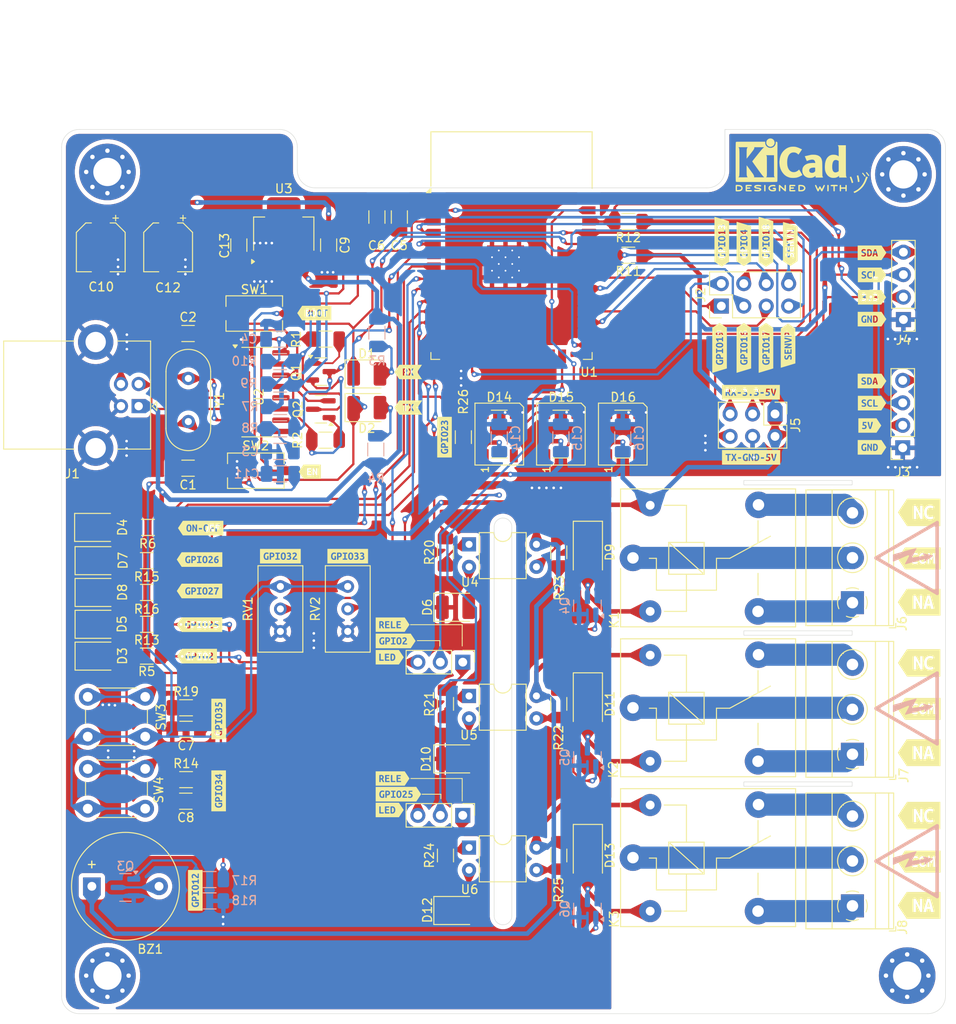
<source format=kicad_pcb>
(kicad_pcb (version 20241229) (generator "pcbnew") (generator_version "9.0")
  (layers (0 "F.Cu" signal) (2 "B.Cu" signal) (13 "F.Paste" user) (15 "B.Paste" user) (5 "F.SilkS" user "F.Silkscreen") (7 "B.SilkS" user "B.Silkscreen") (1 "F.Mask" user) (3 "B.Mask" user) (25 "Edge.Cuts" user))
  (net 0 "")
  (net 1 "+5V")
  (net 2 "Net-(BZ1--)")
  (net 3 "Net-(U2-XO)")
  (net 4 "GND")
  (net 5 "Net-(U2-XI)")
  (net 6 "Net-(C3-Pad1)")
  (net 7 "Net-(C4-Pad1)")
  (net 8 "+3.3V")
  (net 9 "GPIO35")
  (net 10 "GPIO34")
  (net 11 "RX")
  (net 12 "Net-(D1-A)")
  (net 13 "Net-(D2-A)")
  (net 14 "TX")
  (net 15 "Net-(D3-A)")
  (net 16 "Net-(D4-A)")
  (net 17 "Net-(D5-A)")
  (net 18 "Net-(D6-A)")
  (net 19 "Net-(D7-A)")
  (net 20 "Net-(D8-A)")
  (net 21 "Net-(D9-A)")
  (net 22 "Net-(D10-A)")
  (net 23 "Net-(D11-A)")
  (net 24 "Net-(D12-A)")
  (net 25 "Net-(D13-A)")
  (net 30 "D-")
  (net 31 "D+")
  (net 32 "GPIO13")
  (net 33 "GPIO19")
  (net 34 "SENSOR_VN")
  (net 35 "SENSOR_VP")
  (net 36 "GPIO4")
  (net 37 "GPIO16")
  (net 38 "GPIO17")
  (net 39 "GPIO18")
  (net 40 "SDA")
  (net 41 "SCL")
  (net 42 "COM")
  (net 43 "NA")
  (net 44 "NC")
  (net 45 "COM2")
  (net 46 "NC2")
  (net 47 "NA2")
  (net 48 "NA3")
  (net 49 "NC3")
  (net 50 "COM3")
  (net 51 "IO0")
  (net 52 "Net-(Q1-B)")
  (net 53 "DTR")
  (net 54 "RTS")
  (net 55 "EN")
  (net 56 "Net-(Q2-B)")
  (net 57 "Net-(Q3-B)")
  (net 58 "Net-(Q4-B)")
  (net 59 "Net-(Q5-B)")
  (net 60 "Net-(Q6-B)")
  (net 61 "IO2")
  (net 62 "GPIO25")
  (net 63 "GPIO26")
  (net 64 "GPIO27")
  (net 65 "GPIO12")
  (net 66 "Net-(R20-Pad1)")
  (net 67 "GPIO14")
  (net 68 "IO2{slash}LED")
  (net 69 "Net-(R21-Pad1)")
  (net 70 "Net-(R22-Pad2)")
  (net 71 "Net-(R23-Pad2)")
  (net 72 "Net-(R24-Pad1)")
  (net 73 "GPIO25{slash}LED")
  (net 74 "Net-(R25-Pad2)")
  (net 75 "GPIO32")
  (net 76 "GPIO23")
  (net 83 "GPIO33")
  (net 92 "IO2{slash}RELAY")
  (net 93 "GPIO25{slash}RELAY")
  (net 95 "Net-(D14-DIN)")
  (net 96 "Net-(D14-DOUT)")
  (net 97 "Net-(D15-DOUT)")
  (footprint "Connector_PinHeader_2.54mm:PinHeader_2x03_P2.54mm_Vertical" (layer "F.Cu") (at 131.525 82.975 -90)
    (property "Reference" "J5")
    (property "Value" "~")
  )
  (footprint "kibuzzard-67C7CEF2" (layer "F.Cu") (at 142.5 67.25)
    (property "Reference" "kibuzzard-67C7CEF2" (hide yes))
    (property "Value" "G***" (hide yes))
  )
  (footprint "Resistor_SMD:R_1206_3216Metric_Pad1.30x1.75mm_HandSolder" (layer "F.Cu") (at 114.935 61.214 180)
    (property "Reference" "R12")
    (property "Value" "10K")
  )
  (footprint "kibuzzard-67CB0AA4" (layer "F.Cu") (at 68.58 125.603 90)
    (property "Reference" "kibuzzard-67CB0AA4" (hide yes))
    (property "Value" "G***" (hide yes))
  )
  (footprint "Resistor_SMD:R_1206_3216Metric_Pad1.30x1.75mm_HandSolder" (layer "F.Cu") (at 107.061 132.91 -90)
    (property "Reference" "R25")
    (property "Value" "2.2K")
  )
  (footprint "Relay_THT:Relay_SPDT_SANYOU_SRD_Series_Form_C" (layer "F.Cu") (at 115.452 99.255)
    (property "Reference" "K1")
    (property "Value" "~")
  )
  (footprint "kibuzzard-67C7D258" (layer "F.Cu") (at 128.8 80.518)
    (property "Reference" "kibuzzard-67C7D258" (hide yes))
    (property "Value" "G***" (hide yes))
  )
  (footprint "kibuzzard-67C7CF27" (layer "F.Cu") (at 142.5 86.75)
    (property "Reference" "kibuzzard-67C7CF27" (hide yes))
    (property "Value" "G***" (hide yes))
  )
  (footprint "kibuzzard-67CB0A75" (layer "F.Cu") (at 75.565 99.06)
    (property "Reference" "kibuzzard-67CB0A75" (hide yes))
    (property "Value" "G***" (hide yes))
  )
  (footprint "kibuzzard-67C7D26A" (layer "F.Cu") (at 128.81874 87.884)
    (property "Reference" "kibuzzard-67C7D26A" (hide yes))
    (property "Value" "G***" (hide yes))
  )
  (footprint "LED_SMD:LED_1210_3225Metric_Pad1.42x2.65mm_HandSolder" (layer "F.Cu") (at 95.386 121.988)
    (property "Reference" "D10")
    (property "Value" "GREEN")
  )
  (footprint "Connector_PinSocket_2.54mm:PinSocket_1x04_P2.54mm_Vertical" (layer "F.Cu") (at 145.975 86.8 180)
    (property "Reference" "J3")
    (property "Value" "OLED")
  )
  (footprint "MountingHole:MountingHole_3.2mm_M3_Pad_Via" (layer "F.Cu") (at 146.05 55.88)
    (property "Reference" "H2" (hide yes))
    (property "Value" "~")
  )
  (footprint "Capacitor_SMD:C_1206_3216Metric_Pad1.33x1.80mm_HandSolder" (layer "F.Cu") (at 64.867 126.7714 180)
    (property "Reference" "C8")
    (property "Value" "0.1uF")
  )
  (footprint "Button_Switch_SMD:SW_Tactile_SPST_NO_Straight_CK_PTS636Sx25SMTRLFS" (layer "F.Cu") (at 72.611 71.617)
    (property "Reference" "SW1")
    (property "Value" "~")
  )
  (footprint "kibuzzard-67CB32EA" (layer "F.Cu") (at 78.8924 89.5096)
    (property "Reference" "kibuzzard-67CB32EA" (hide yes))
    (property "Value" "G***" (hide yes))
  )
  (footprint "la:Symbol_HighVoltage_Triangle_8x7mm_Copper" (layer "F.Cu") (at 146.4056 116.2812 90)
    (property "Reference" "REF**" (hide yes))
    (property "Value" "Symbol_HighVoltage_Triangle_8x7mm_B_Silkscreen" (hide yes))
  )
  (footprint "kibuzzard-67C7CEF2" (layer "F.Cu") (at 142.5 81.75)
    (property "Reference" "kibuzzard-67C7CEF2" (hide yes))
    (property "Value" "G***" (hide yes))
  )
  (footprint "Package_SO:SOIC-16_3.9x9.9mm_P1.27mm" (layer "F.Cu") (at 73.152 80.507)
    (property "Reference" "U2")
    (property "Value" "CH340G")
  )
  (footprint "LED_SMD:LED_1210_3225Metric_Pad1.42x2.65mm_HandSolder" (layer "F.Cu") (at 95.386 139.133)
    (property "Reference" "D12")
    (property "Value" "BLUE")
  )
  (footprint "kibuzzard-67C7CF27" (layer "F.Cu") (at 142.5 72.25)
    (property "Reference" "kibuzzard-67C7CF27" (hide yes))
    (property "Value" "G***" (hide yes))
  )
  (footprint "Capacitor_SMD:CP_Elec_5x5.4" (layer "F.Cu") (at 55.245 64.135 -90)
    (property "Reference" "C10")
    (property "Value" "100uF")
  )
  (footprint "Resistor_SMD:R_1206_3216Metric_Pad1.30x1.75mm_HandSolder" (layer "F.Cu") (at 94.243 115.765 90)
    (property "Reference" "R21")
    (property "Value" "470")
  )
  (footprint "kibuzzard-67C8442B" (layer "F.Cu") (at 128 75.5 90)
    (property "Reference" "kibuzzard-67C8442B" (hide yes))
    (property "Value" "G***" (hide yes))
  )
  (footprint "Capacitor_SMD:C_1206_3216Metric_Pad1.33x1.80mm_HandSolder" (layer "F.Cu") (at 64.897 118.6434 180)
    (property "Reference" "C7")
    (property "Value" "0.1uF")
  )
  (footprint "kibuzzard-67C7D148" (layer "F.Cu") (at 147.828 116.332)
    (property "Reference" "kibuzzard-67C7D148" (hide yes))
    (property "Value" "G***" (hide yes))
  )
  (footprint "kibuzzard-67C8441C" (layer "F.Cu") (at 125.25 75.5 90)
    (property "Reference" "kibuzzard-67C8441C" (hide yes))
    (property "Value" "G***" (hide yes))
  )
  (footprint "Resistor_SMD:R_1206_3216Metric_Pad1.30x1.75mm_HandSolder" (layer "F.Cu") (at 64.897 116.205)
    (property "Reference" "R19")
    (property "Value" "470")
  )
  (footprint "LED_SMD:LED_1210_3225Metric_Pad1.42x2.65mm_HandSolder" (layer "F.Cu") (at 54.7995 99.568)
    (property "Reference" "D7")
    (property "Value" "GREEN")
  )
  (footprint "Resistor_SMD:R_1206_3216Metric_Pad1.30x1.75mm_HandSolder" (layer "F.Cu") (at 94.243 132.91 90)
    (property "Reference" "R24")
    (property "Value" "470")
  )
  (footprint "Capacitor_SMD:C_1206_3216Metric_Pad1.33x1.80mm_HandSolder" (layer "F.Cu") (at 70.866 63.881 -90)
    (property "Reference" "C13")
    (property "Value" "100nF")
  )
  (footprint "Diode_SMD:D_SMA" (layer "F.Cu") (at 110.352 98.62 -90)
    (property "Reference" "D9")
    (property "Value" "SS24")
  )
  (footprint "kibuzzard-67C7D02E" (layer "F.Cu") (at 88.25805 106.807)
    (property "Reference" "kibuzzard-67C7D02E" (hide yes))
    (property "Value" "G***" (hide yes))
  )
  (footprint "Resistor_SMD:R_1206_3216Metric_Pad1.30x1.75mm_HandSolder" (layer "F.Cu") (at 107.061 115.765 -90)
    (property "Reference" "R22")
    (property "Value" "2.2K")
  )
  (footprint "Package_DIP:DIP-4_W7.62mm" (layer "F.Cu") (at 96.911 132.016)
    (property "Reference" "U6")
    (property "Value" "PC817")
  )
  (footprint "Capacitor_SMD:C_1206_3216Metric_Pad1.33x1.80mm_HandSolder" (layer "F.Cu") (at 65.121 89.112)
    (property "Reference" "C1")
    (property "Value" "22pF")
  )
  (footprint "kibuzzard-67CB0907" (layer "F.Cu") (at 66.548 95.885)
    (property "Reference" "kibuzzard-67CB0907" (hide yes))
    (property "Value" "G***" (hide yes))
  )
  (footprint "kibuzzard-67C7CFC3" (layer "F.Cu") (at 87.934087 127.762)
    (property "Reference" "kibuzzard-67C7CFC3" (hide yes))
    (property "Value" "G***" (hide yes))
  )
  (footprint "MountingHole:MountingHole_3.2mm_M3_Pad_Via" (layer "F.Cu") (at 146.477056 146.5)
    (property "Reference" "H3" (hide yes))
    (property "Value" "~")
  )
  (footprint "kibuzzard-67C84437" (layer "F.Cu") (at 130.5 75.5 90)
    (property "Reference" "kibuzzard-67C84437" (hide yes))
    (property "Value" "G***" (hide yes))
  )
  (footprint "kibuzzard-67CB089A" (layer "F.Cu") (at 66.421 102.997)
    (property "Reference" "kibuzzard-67CB089A" (hide yes))
    (property "Value" "G***" (hide yes))
  )
  (footprint "la:carita" (layer "F.Cu") (at 141.05 56.8)
    (property "Reference" "G***" (hide yes))
    (property "Value" "LOGO" (hide yes))
  )
  (footprint "LED_SMD:LED_WS2812B_PLCC4_5.0x5.0mm_P3.2mm" (layer "F.Cu") (at 107.3 85.254 90)
    (property "Reference" "D15")
    (property "Value" "WS2812B")
  )
  (footprint "Resistor_SMD:R_1206_3216Metric_Pad1.30x1.75mm_HandSolder" (layer "F.Cu") (at 80.671 85.942)
    (property "Reference" "R2")
    (property "Value" "10K")
  )
  (footprint "kibuzzard-67C7CC9C" (layer "F.Cu") (at 125.5 63.5 90)
    (property "Reference" "kibuzzard-67C7CC9C" (hide yes))
    (property "Value" "G***" (hide yes))
  )
  (footprint "kibuzzard-67C7D134" (layer "F.Cu") (at 147.828 99.314)
    (property "Reference" "kibuzzard-67C7D134" (hide yes))
    (property "Value" "G***" (hide yes))
  )
  (footprint "kibuzzard-67C7CD05" (layer "F.Cu") (at 90.043 82.25)
    (property "Reference" "kibuzzard-67C7CD05" (hide yes))
    (property "Value" "G***" (hide yes))
  )
  (footprint "LED_SMD:LED_WS2812B_PLCC4_5.0x5.0mm_P3.2mm" (layer "F.Cu") (at 114.3 85.254 90)
    (property "Reference" "D16")
    (property "Value" "WS2812B")
  )
  (footprint "kibuzzard-67C7CD0D" (layer "F.Cu") (at 130.5 63.5 90)
    (property "Reference" "kibuzzard-67C7CD0D" (hide yes))
    (property "Value" "G***" (hide yes))
  )
  (footprint "kibuzzard-67C7CFC3" (layer "F.Cu") (at 87.934087 110.49)
    (property "Reference" "kibuzzard-67C7CFC3" (hide yes))
    (property "Value" "G***" (hide yes))
  )
  (footprint "kibuzzard-67CB0943" (layer "F.Cu") (at 88.6042 108.645916)
    (property "Reference" "kibuzzard-67CB0943" (hide yes))
    (property "Value" "G***" (hide yes))
  )
  (footprint "RF_Module:ESP32-WROOM-32" (layer "F.Cu") (at 101.714 66.924)
    (property "Reference" "U1")
    (property "Value" "ESP32-WROOM-32")
  )
  (footprint "Resistor_SMD:R_1206_3216Metric_Pad1.30x1.75mm_HandSolder" (layer "F.Cu") (at 60.452 106.764666)
    (property "Reference" "R13")
    (property "Value" "470")
  )
  (footprint "Diode_SMD:D_SMA" (layer "F.Cu") (at 110.352 132.91 -90)
    (property "Reference" "D13")
    (property "Value" "SS24")
  )
  (footprint "kibuzzard-67CB3300" (layer "F.Cu") (at 79.4004 71.569473)
    (property "Reference" "kibuzzard-67CB3300" (hide yes))
    (property "Value" "G***" (hide yes))
  )
  (footprint "TerminalBlock_Phoenix:TerminalBlock_Phoenix_MKDS-1,5-3-5.08_1x03_P5.08mm_Horizontal" (layer "F.Cu") (at 140.2842 138.6078 90)
    (property "Reference" "J8")
    (property "Value" "~")
  )
  (footprint "kibuzzard-67C7CEE3" (layer "F.Cu") (at 142.5 64.75)
    (property "Reference" "kibuzzard-67C7CEE3" (hide yes))
    (property "Value" "G***" (hide yes))
  )
  (footprint "kibuzzard-67CB0AEE" (layer "F.Cu") (at 65.9384 136.8552 90)
    (property "Reference" "kibuzzard-67CB0AEE" (hide yes))
    (property "Value" "G***" (hide yes))
  )
  (footprint "LED_SMD:LED_1210_3225Metric_Pad1.42x2.65mm_HandSolder" (layer "F.Cu") (at 54.7487 95.8088)
    (property "Reference" "D4")
    (property "Value" "RED")
  )
  (footprint "LED_SMD:LED_1210_3225Metric_Pad1.42x2.65mm_HandSolder" (layer "F.Cu") (at 54.7995 110.363)
    (property "Reference" "D3")
    (property "Value" "BLUE")
  )
  (footprint "Resistor_SMD:R_1206_3216Metric_Pad1.30x1.75mm_HandSolder" (layer "F.Cu") (at 107.061 98.62 90)
    (property "Reference" "R23")
    (property "Value" "2.2K")
  )
  (footprint "kibuzzard-67CB0A01" (layer "F.Cu") (at 88.917609 125.981416)
    (property "Reference" "kibuzzard-67CB0A01" (hide yes))
    (property "Value" "G***" (hide yes))
  )
  (footprint "Buzzer_Beeper:Buzzer_12x9.5RM7.6" (layer "F.Cu") (at 54.239 136.398)
    (property "Reference" "BZ1")
    (property "Value" "Buzzer")
  )
  (footprint "Capacitor_SMD:C_1206_3216Metric_Pad1.33x1.80mm_HandSolder" (layer "F.Cu") (at 86.487 60.706 90)
    (property "Reference" "C6")
    (property "Value" "100nF")
  )
  (footprint "Diode_SMD:D_SMA" (layer "F.Cu") (at 110.352 115.765 -90)
    (property "Reference" "D11")
    (property "Value" "SS24")
  )
  (footprint "kibuzzard-67CB21E1" (layer "F.Cu") (at 94.1324 85.598 90)
    (property "Reference" "kibuzzard-67CB21E1" (hide yes))
    (property "Value" "G***" (hide yes))
  )
  (footprint "LED_SMD:LED_1210_3225Metric_Pad1.42x2.65mm_HandSolder" (layer "F.Cu") (at 85.344 78.449)
    (property "Reference" "D1")
    (property "Value" "GREEN")
  )
  (footprint "Resistor_SMD:R_1206_3216Metric_Pad1.30x1.75mm_HandSolder" (layer "F.Cu") (at 60.452 103.166333)
    (property "Reference" "R16")
    (property "Value" "470")
  )
  (footprint "Symbol:KiCad-Logo2_5mm_SilkScreen" (layer "F.Cu") (at 133.35 54.8)
    (property "Reference" "REF**" (hide yes))
    (property "Value" "KiCad-Logo2_5mm_SilkScreen" (hide yes))
  )
  (footprint "la:Symbol_HighVoltage_Triangle_8x7mm_Copper" (layer "F.Cu") (at 146.4056 133.5532 90)
    (property "Reference" "REF**" (hide yes))
    (property "Value" "Symbol_HighVoltage_Triangle_8x7mm_B_Silkscreen" (hide yes))
  )
  (footprint "LED_SMD:LED_1210_3225Metric_Pad1.42x2.65mm_HandSolder" (layer "F.Cu") (at 54.7995 103.166333)
    (property "Reference" "D8")
    (property "Value" "BLUE")
  )
  (footprint "Resistor_SMD:R_1206_3216Metric_Pad1.30x1.75mm_HandSolder" (layer "F.Cu") (at 96.266 85.598 90)
    (property "Reference" "R26")
    (property "Value" "220")
  )
  (footprint "kibuzzard-67C7CD00" (layer "F.Cu") (at 90.027275 78.232)
    (property "Reference" "kibuzzard-67C7CD00" (hide yes))
    (property "Value" "G***" (hide yes))
  )
  (footprint "Resistor_SMD:R_1206_3216Metric_Pad1.30x1.75mm_HandSolder" (layer "F.Cu") (at 60.452 99.568)
    (property "Reference" "R15")
    (property "Value" "470")
  )
  (footprint "kibuzzard-67C7CEE3" (layer "F.Cu") (at 142.5 79.25)
    (property "Reference" "kibuzzard-67C7CEE3" (hide yes))
    (property "Value" "G***" (hide yes))
  )
  (footprint "Potentiometer_THT:Potentiometer_Bourns_3296W_Vertical" (layer "F.Cu") (at 83.185 102.489 90)
    (property "Reference" "RV2")
    (property "Value" "100K")
  )
  (footprint "TerminalBlock_Phoenix:TerminalBlock_Phoenix_MKDS-1,5-3-5.08_1x03_P5.08mm_Horizontal" (layer "F.Cu") (at 140.2842 121.4628 90)
    (property "Reference" "J7")
    (property "Value" "~")
  )
  (footprint "LED_SMD:LED_1210_3225Metric_Pad1.42x2.65mm_HandSolder" (layer "F.Cu") (at 54.7995 106.764666)
    (property "Reference" "D5")
    (property "Value" "RED")
  )
  (footprint "Capacitor_SMD:C_1206_3216Metric_Pad1.33x1.80mm_HandSolder" (layer "F.Cu") (at 89.027 60.706 90)
    (property "Reference" "C5")
    (property "Value" "100nF")
  )
  (footprint "Package_TO_SOT_SMD:SOT-23" (layer "F.Cu") (at 80.141 82.442 180)
    (property "Reference" "Q2")
    (property "Value" "MMBT3904")
  )
  (footprint "Capacitor_SMD:C_1206_3216Metric_Pad1.33x1.80mm_HandSolder" (layer "F.Cu") (at 65.121 73.877)
    (property "Reference" "C2")
    (property "Value" "22pF")
  )
  (footprint "Connector_PinHeader_2.54mm:PinHeader_2x04_P2.54mm_Vertical" (layer "F.Cu") (at 125.45 70.775 90)
    (property "Reference" "J2")
    (property "Value" "GPIO")
  )
  (footprint "Potentiometer_THT:Potentiometer_Bourns_3296W_Vertical" (layer "F.Cu") (at 75.565 102.489 90)
    (property "Reference" "RV1")
    (property "Value" "100K")
  )
  (footprint "Resistor_SMD:R_1206_3216Metric_Pad1.30x1.75mm_HandSolder" (layer "F.Cu") (at 80.671 74.512)
    (property "Reference" "R1")
    (property "Value" "10K")
  )
  (footprint "Package_TO_SOT_SMD:SOT-223-3_TabPin2" (layer "F.Cu") (at 75.946 62.611 90)
    (property "Reference" "U3")
    (property "Value" "AMS1117-3.3")
  )
  (footprint "Connector_PinHeader_2.54mm:PinHeader_1x04_P2.54mm_Vertical" (layer "F.Cu") (at 146.05 72.3 180)
    (property "Reference" "J4")
    (property "Value" "~")
  )
  (footprint "Relay_THT:Relay_SPDT_SANYOU_SRD_Series_Form_C" (layer "F.Cu") (at 115.452 116.205)
    (property "Reference" "K2")
    (property "Value" "~")
  )
  (footprint "Resistor_SMD:R_1206_3216Metric_Pad1.30x1.75mm_HandSolder" (layer "F.Cu") (at 114.935 65.024 180)
    (property "Reference" "R11")
    (property "Value" "10K")
  )
  (footprint "Package_DIP:DIP-4_W7.62mm" (layer "F.Cu") (at 96.911 114.871)
    (property "Reference" "U5")
    (property "Value" "PC817")
  )
  (footprint "kibuzzard-67C7D0D9" (layer "F.Cu") (at 147.828 128.397)
    (property "Reference" "kibuzzard-67C7D0D9" (hide yes))
    (property "Value" "G***" (hide yes))
  )
  (footprint "Crystal:Crystal_HC49-4H_Vertical" (layer "F.Cu") (at 65.151 78.957 -90)
    (property "Reference" "Y1")
    (property "Value" "12MHz")
  )
  (footprint "Connector_PinHeader_2.54mm:PinHeader_1x03_P2.54mm_Vertical" (layer "F.Cu") (at 96.2002 128.3716 -90)
    (property "Reference" "J10" (hide yes))
    (property "Value" "~")
  )
  (footprint "LED_SMD:LED_WS2812B_PLCC4_5.0x5.0mm_P3.2mm" (layer "F.Cu") (at 100.33 85.254 90)
    (property "Reference" "D14")
    (property "Value" "WS2812B")
  )
  (footprint "MountingHole:MountingHole_3.2mm_M3_Pad_Via" (layer "F.Cu") (at 56 146.5)
    (property "Reference" "H4" (hide yes))
    (property "Value" "~")
  )
  (footprint "kibuzzard-67CB08E7" (layer "F.Cu") (at 66.136958 110.363)
    (property "Reference" "kibuzzard-67CB08E7" (hide yes))
    (property "Value" "G***" (hide yes))
  )
  (footprint "Resistor_SMD:R_1206_3216Metric_Pad1.30x1.75mm_HandSolder" (layer "F.Cu") (at 60.5907 95.8088 180)
    (property "Reference" "R6")
    (property "Value" "1K")
  )
  (footprint "kibuzzard-67C7D0D9" (layer "F.Cu") (at 147.828 94.107)
    (property "Reference" "kibuzzard-67C7D0D9" (hide yes))
    (property "Value" "G***" (hide yes))
  )
  (footprint "Relay_THT:Relay_SPDT_SANYOU_SRD_Series_Form_C" (layer "F.Cu") (at 115.452 133.155)
    (property "Reference" "K3")
    (property "Value" "~")
  )
  (footprint "Package_TO_SOT_SMD:SOT-23" (layer "F.Cu") (at 80.141 78.187)
    (property "Reference" "Q1")
    (property "Value" "MMBT3904")
  )
  (footprint "Resistor_SMD:R_1206_3216Metric_Pad1.30x1.75mm_HandSolder" (layer "F.Cu") (at 94.243 98.62 90)
    (property "Reference" "R20")
    (property "Value" "470")
  )
  (footprint "kibuzzard-67C7CF78" (layer "F.Cu") (at 142.25 84.281527)
    (property "Reference" "kibuzzard-67C7CF78" (hide yes))
    (property "Value" "G***" (hide yes))
  )
  (footprint "LED_SMD:LED_1210_3225Metric_Pad1.42x2.65mm_HandSolder" (layer "F.Cu") (at 85.344 82.259)
    (property "Reference" "D2")
    (property "Value" "YELLOW")
  )
  (footprint "kibuzzard-67C7CF34" (layer "F.Cu") (at 142.5 69.781527)
    (property "Reference" "kibuzzard-67C7CF34" (hide yes))
    (property "Value" "G***" (hide yes))
  )
  (footprint "TerminalBlock_Phoenix:TerminalBlock_Phoenix_MKDS-1,5-3-5.08_1x03_P5.08mm_Horizontal" (layer "F.Cu") (at 140.2842 104.3178 90)
    (property "Reference" "J6")
    (property "Value" "~")
  )
  (footprint "kibuzzard-67C7D0EE" (layer "F.Cu") (at 147.828 104.267)
    (property "Reference" "kibuzzard-67C7D0EE" (hide yes))
    (property "Value" "G***" (hide yes))
  )
  (footprint "kibuzzard-67C7D02E" (layer "F.Cu") (at 88.25805 124.206)
    (property "Reference" "kibuzzard-67C7D02E" (hide yes))
    (property "Value" "G***" (hide yes))
  )
  (footprint "kibuzzard-67C7CCC6" (layer "F.Cu") (at 128 63.75 90)
    (property "Reference" "kibuzzard-67C7CCC6" (hide yes))
    (property "Value" "G***" (hide yes))
  )
  (footprint "kibuzzard-67C7CCDB" (layer "F.Cu") (at 133.25 63.75 90)
    (property "Reference" "kibuzzard-67C7CCDB" (hide yes))
    (property "Value" "G***" (hide yes))
  )
  (footprint "kibuzzard-67C7D15A" (layer "F.Cu") (at 147.828 133.604)
    (property "Reference" "kibuzzard-67C7D15A" (hide yes))
    (property "Value" "G***" (hide yes))
  )
  (footprint "Resistor_SMD:R_1206_3216Metric_Pad1.30x1.75mm_HandSolder" (layer "F.Cu") (at 60.452 110.363 180)
    (property "Reference" "R5")
    (property "Value" "1K")
  )
  (footprint "kibuzzard-67CB0AB6" (layer "F.Cu") (at 68.58 117.475 90)
    (property "Reference" "kibuzzard-67CB0AB6" (hide yes))
    (property "Value" "G***" (hide yes))
  )
  (footprint "Button_Switch_THT:SW_PUSH_6mm" (layer "F.Cu") (at 53.773 123.1146)
    (property "Reference" "SW4")
    (property "Value" "~")
  )
  (footprint "LED_SMD:LED_1210_3225Metric_Pad1.42x2.65mm_HandSolder" (layer "F.Cu") (at 95.386 104.843)
    (property "Reference" "D6")
    (property "Value" "RED")
  )
  (footprint "kibuzzard-67CB0885" (layer "F.Cu") (at 66.421 99.441)
    (property "Reference" "kibuzzard-67CB0885" (hide yes))
    (property "Value" "G***" (hide yes))
  )
  (footprint "kibuzzard-67C7D0D9" (layer "F.Cu") (at 147.828 111.125)
    (property "Reference" "kibuzzard-67C7D0D9" (hide yes))
    (property "Value" "G***" (hide yes))
  )
  (footprint "Capacitor_SMD:C_1206_3216Metric_Pad1.33x1.80mm_HandSolder" (layer "F.Cu") (at 81.026 63.881 -90)
    (property "Reference" "C9")
    (property "Value" "100nF")
  )
  (footprint "Connector_USB:USB_B_Lumberg_2411_02_Horizontal" (layer "F.Cu") (at 59.531 82.092 180)
    (property "Reference" "J1")
    (property "Value" "USB_B")
  )
  (footprint "Resistor_SMD:R_1206_3216Metric_Pad1.30x1.75mm_HandSolder" (layer "F.Cu") (at 64.897 124.333)
    (property "Reference" "R14")
    (property "Value" "470")
  )
  (footprint "la:Symbol_HighVoltage_Triangle_8x7mm_Copper" (layer "F.Cu") (at 146.4056 99.2632 90)
    (property "Reference" "REF**" (hide yes))
    (property "Value" "Symbol_HighVoltage_Triangle_8x7mm_B_Silkscreen" (hide yes))
  )
  (footprint "Capacitor_SMD:CP_Elec_5x5.4" (layer "F.Cu") (at 62.865 64.135 -90)
    (property "Reference" "C12")
    (property "Value" "100uF")
  )
  (footprint "kibuzzard-67CB08BA" (layer "F.Cu") (at 66.421 106.807)
    (property "Reference" "kibuzzard-67CB08BA" (hide yes))
    (property "Value" "G***" (hide yes))
  )
  (footprint "kibuzzard-67C7D0EE" (layer "F.Cu") (at 147.828 138.557)
    (property "Reference" "kibuzzard-67C7D0EE" (hide yes))
    (property "Value" "G***" (hide yes))
  )
  (footprint "Connector_PinHeader_2.54mm:PinHeader_1x03_P2.54mm_Vertical" (layer "F.Cu") (at 96.2002 111.0488 -90)
    (property "Reference" "J9" (hide yes))
    (property "Value" "~")
  )
  (footprint "Package_DIP:DIP-4_W7.62mm" (layer "F.Cu") (at 96.911 97.726)
    (property "Reference" "U4")
    (property "Value" "PC817")
  )
  (footprint "kibuzzard-67C7D0EE" (layer "F.Cu") (at 147.828 121.285)
    (property "Reference" "kibuzzard-67C7D0EE" (hide yes))
    (property "Value" "G***" (hide yes))
  )
  (footprint "MountingHole:MountingHole_3.2mm_M3_Pad_Via" (layer "F.Cu") (at 56 55.605)
    (property "Reference" "H1" (hide yes))
    (property "Value" "~")
  )
  (footprint "Button_Switch_THT:SW_PUSH_6mm" (layer "F.Cu") (at 53.773 114.971)
    (property "Reference" "SW3")
    (property "Value" "~")
  )
  (footprint "kibuzzard-67CB0A81" (layer "F.Cu") (at 83.185 99.06)
    (property "Reference" "kibuzzard-67CB0A81" (hide yes))
    (property "Value" "G***" (hide yes))
  )
  (footprint "kibuzzard-67C84440" (layer "F.Cu") (at 133 75.25 90)
    (property "Reference" "kibuzzard-67C84440" (hide yes))
    (property "Value" "G***" (hide yes))
  )
  (footprint "Button_Switch_SMD:SW_Tactile_SPST_NO_Straight_CK_PTS636Sx25SMTRLFS" (layer "F.Cu") (at 72.786 89.397)
    (property "Reference" "SW2")
    (property "Value" "~")
  )
  (footprint "Capacitor_SMD:C_1206_3216Metric_Pad1.33x1.80mm_HandSolder" (layer "B.Cu") (at 75.509 74.512 180)
    (property "Reference" "C4")
    (property "Value" "0.1uF")
  )
  (footprint "Capacitor_SMD:C_1206_3216Metric_Pad1.33x1.80mm_HandSolder" (layer "B.Cu") (at 100.33 85.6996 90)
    (property "Reference" "C14")
    (property "Value" "0.1uF")
  )
  (footprint "Resistor_SMD:R_1206_3216Metric_Pad1.30x1.75mm_HandSolder" (layer "B.Cu") (at 75.5565 84.657)
    (property "Reference" "R8")
    (property "Value" "470")
  )
  (footprint "Resistor_SMD:R_1206_3216Metric_Pad1.30x1.75mm_HandSolder" (layer "B.Cu") (at 67.564 138.049)
    (property "Reference" "R18")
    (property "Value" "4.7K")
  )
  (footprint "Package_TO_SOT_SMD:SOT-23" (layer "B.Cu") (at 58.039 136.525 180)
    (property "Reference" "Q3")
    (property "Value" "MMBT3904")
  )
  (footprint "Package_TO_SOT_SMD:SOT-23" (layer "B.Cu") (at 110.302 104.6675 90)
    (property "Reference" "Q4")
    (property "Value" "MMBT3904")
  )
  (footprint "Resistor_SMD:R_1206_3216Metric_Pad1.30x1.75mm_HandSolder" (layer "B.Cu") (at 86.36 86.995 -90)
    (property "Reference" "R4")
    (property "Value" "2K")
  )
  (footprint "Package_TO_SOT_SMD:SOT-23" (layer "B.Cu") (at 110.302 121.8125 90)
    (property "Reference" "Q5")
    (property "Value" "MMBT3904")
  )
  (footprint "Resistor_SMD:R_1206_3216Metric_Pad1.30x1.75mm_HandSolder" (layer "B.Cu") (at 75.539 77.052)
    (property "Reference" "R10")
    (property "Value" "470")
  )
  (footprint "Package_TO_SOT_SMD:SOT-23" (layer "B.Cu") (at 110.302 138.9575 90)
    (property "Reference" "Q6")
    (property "Value" "MMBT3904")
  )
  (footprint "Capacitor_SMD:C_1206_3216Metric_Pad1.33x1.80mm_HandSolder" (layer "B.Cu") (at 114.3 85.6996 90)
    (property "Reference" "C16")
    (property "Value" "0.1uF")
  )
  (footprint "Capacitor_SMD:C_1206_3216Metric_Pad1.33x1.80mm_HandSolder" (layer "B.Cu") (at 75.565 89.752 180)
    (property "Reference" "C11")
    (property "Value" "100nF")
  )
  (footprint "Resistor_SMD:R_1206_3216Metric_Pad1.30x1.75mm_HandSolder" (layer "B.Cu") (at 75.5565 82.132 180)
    (property "Reference" "R7")
    (property "Value" "10K")
  )
  (footprint "Resistor_SMD:R_1206_3216Metric_Pad1.30x1.75mm_HandSolder" (layer "B.Cu") (at 75.539 79.592)
    (property "Reference" "R9")
    (property "Value" "10K")
  )
  (footprint "Resistor_SMD:R_1206_3216Metric_Pad1.30x1.75mm_HandSolder" (layer "B.Cu") (at 67.564 135.636)
    (property "Reference" "R17")
    (property "Value" "2.2K")
  )
  (footprint "Capacitor_SMD:C_1206_3216Metric_Pad1.33x1.80mm_HandSolder" (layer "B.Cu") (at 75.5265 87.212 180)
    (property "Reference" "C3")
    (property "Value" "0.1uF")
  )
  (footprint "Capacitor_SMD:C_1206_3216Metric_Pad1.33x1.80mm_HandSolder" (layer "B.Cu") (at 107.3 85.6996 90)
    (property "Reference" "C15")
    (property "Value" "0.1uF")
  )
  (footprint "Resistor_SMD:R_1206_3216Metric_Pad1.30x1.75mm_HandSolder" (layer "B.Cu") (at 86.487 73.787 90)
    (property "Reference" "R3")
    (property "Value" "2K")
  )
  (gr_line (start 90.3224 124.206) (end 96.139 124.206) (stroke (width 0.1)) (layer "F.SilkS"))
  (gr_line (start 96.139 125.603) (end 96.139 126.746) (stroke (width 0.1)) (layer "F.SilkS"))
  (gr_line (start 93.726 125.984) (end 93.726 126.492) (stroke (width 0.1)) (layer "F.SilkS"))
  (gr_line (start 90.2843 106.807) (end 95.7453 106.807) (stroke (width 0.1)) (layer "F.SilkS"))
  (gr_line (start 96.139 125.603) (end 96.139 124.206) (stroke (width 0.1)) (layer "F.SilkS"))
  (gr_line (start 91.5924 125.981416) (end 93.726 125.984) (stroke (width 0.1)) (layer "F.SilkS"))
  (gr_line (start 96.139 106.807) (end 96.139 108.331) (stroke (width 0.1)) (layer "F.SilkS"))
  (gr_line (start 95.7453 106.807) (end 96.139 106.807) (stroke (width 0.1)) (layer "F.SilkS"))
  (gr_line (start 91.059 108.6104) (end 93.599 108.6104) (stroke (width 0.1)) (layer "F.SilkS"))
  (gr_line (start 93.599 108.6104) (end 93.599 109.22) (stroke (width 0.1)) (layer "F.SilkS"))
  (gr_line (start 96.139 108.331) (end 96.139 109.22) (stroke (width 0.1)) (layer "F.SilkS"))
  (gr_line (start 99.75 139.75) (end 99.75 95.75) (stroke (width 0.05)) (layer "Edge.Cuts"))
  (gr_arc (start 79.4817 57.404) (mid 78.067486 56.818214) (end 77.4817 55.404) (stroke (width 0.05)) (layer "Edge.Cuts"))
  (gr_rect (start 128 90.5) (end 140.25 91) (stroke (width 0.05)) (fill no) (layer "Edge.Cuts"))
  (gr_line (start 101.75 95.75) (end 101.75 139.75) (stroke (width 0.05)) (layer "Edge.Cuts"))
  (gr_line (start 125.9957 50.8) (end 148.8117 50.8) (stroke (width 0.05)) (layer "Edge.Cuts"))
  (gr_arc (start 150.8117 148.8) (mid 150.225914 150.214214) (end 148.8117 150.8) (stroke (width 0.05)) (layer "Edge.Cuts"))
  (gr_arc (start 148.8117 50.8) (mid 150.225914 51.385786) (end 150.8117 52.8) (stroke (width 0.05)) (layer "Edge.Cuts"))
  (gr_line (start 150.8117 52.8) (end 150.8117 148.8) (stroke (width 0.05)) (layer "Edge.Cuts"))
  (gr_rect (start 128 124.587) (end 140.25 125.087) (stroke (width 0.05)) (fill no) (layer "Edge.Cuts"))
  (gr_line (start 50.8117 148.8) (end 50.8117 52.8) (stroke (width 0.05)) (layer "Edge.Cuts"))
  (gr_line (start 148.8117 150.8) (end 52.8117 150.8) (stroke (width 0.05)) (layer "Edge.Cuts"))
  (gr_line (start 79.4817 57.404) (end 123.857 57.404) (stroke (width 0.05)) (layer "Edge.Cuts"))
  (gr_arc (start 52.8117 150.8) (mid 51.397486 150.214214) (end 50.8117 148.8) (stroke (width 0.05)) (layer "Edge.Cuts"))
  (gr_rect (start 128 107.5) (end 140.25 108) (stroke (width 0.05)) (fill no) (layer "Edge.Cuts"))
  (gr_arc (start 100.75 140.75) (mid 100.042893 140.457107) (end 99.75 139.75) (stroke (width 0.05)) (layer "Edge.Cuts"))
  (gr_line (start 52.8117 50.8) (end 75.4817 50.8) (stroke (width 0.05)) (layer "Edge.Cuts"))
  (gr_arc (start 101.75 139.75) (mid 101.457107 140.457107) (end 100.75 140.75) (stroke (width 0.05)) (layer "Edge.Cuts"))
  (gr_arc (start 99.75 95.75) (mid 100.042893 95.042893) (end 100.75 94.75) (stroke (width 0.05)) (layer "Edge.Cuts"))
  (gr_arc (start 100.75 94.75) (mid 101.457107 95.042893) (end 101.75 95.75) (stroke (width 0.05)) (layer "Edge.Cuts"))
  (gr_line (start 77.4817 52.8) (end 77.4817 55.404) (stroke (width 0.05)) (layer "Edge.Cuts"))
  (gr_line (start 125.857 50.8) (end 125.9957 50.8) (stroke (width 0.05)) (layer "Edge.Cuts"))
  (gr_line (start 125.857 55.404) (end 125.857 50.8) (stroke (width 0.05)) (layer "Edge.Cuts"))
  (gr_arc (start 75.4817 50.8) (mid 76.895914 51.385786) (end 77.4817 52.8) (stroke (width 0.05)) (layer "Edge.Cuts"))
  (gr_arc (start 125.857 55.404) (mid 125.271214 56.818214) (end 123.857 57.404) (stroke (width 0.05)) (layer "Edge.Cuts"))
  (gr_arc (start 50.8117 52.8) (mid 51.397486 51.385786) (end 52.8117 50.8) (stroke (width 0.05)) (layer "Edge.Cuts"))
  (segment (start 81.026 60.325) (end 81.026 62.3185) (width 0.508) (layer "F.Cu") (net 1))
  (segment (start 113.919 127.205) (end 112.825 127.205) (width 0.508) (layer "F.Cu") (net 1))
  (segment (start 61.0362 59.055) (end 66.167 59.055) (width 0.508) (layer "F.Cu") (net 1))
  (segment (start 135.89 62.103) (end 137.16 63.373) (width 0.508) (layer "F.Cu") (net 1))
  (segment (start 99.1108 86.2076) (end 100.33 86.2076) (width 0.508) (layer "F.Cu") (net 1))
  (segment (start 109.2962 93) (end 109.2962 93.1418) (width 0.508) (layer "F.Cu") (net 1))
  (segment (start 110.352 113.765) (end 107.966 111.379) (width 0.508) (layer "F.Cu") (net 1))
  (segment (start 105.65 86.4756) (end 105.7656 86.36) (width 0.508) (layer "F.Cu") (net 1))
  (segment (start 135.001 61.214) (end 135.89 62.103) (width 0.508) (layer "F.Cu") (net 1))
  (segment (start 123 67.2) (end 123 69.25) (width 0.508) (layer "F.Cu") (net 1))
  (segment (start 98.68 86.6384) (end 98.7044 86.614) (width 0.508) (layer "F.Cu") (net 1))
  (segment (start 104.531 132.016) (end 104.531 130.058) (width 0.508) (layer "F.Cu") (net 1))
  (segment (start 105.65 87.704) (end 105.65 86.4756) (width 0.508) (layer "F.Cu") (net 1))
  (segment (start 110.363 94.2086) (end 110.352 94.2196) (width 0.508) (layer "F.Cu") (net 1))
  (segment (start 93.75 93) (end 109.2962 93) (width 0.508) (layer "F.Cu") (net 1))
  (segment (start 106.0704 86.0552) (end 107.2896 86.0552) (width 0.508) (layer "F.Cu") (net 1))
  (segment (start 98.6536 89.6112) (end 98.68 89.5848) (width 0.508) (layer "F.Cu") (net 1))
  (segment (start 110.352 113.765) (end 110.352 111.898) (width 0.508) (layer "F.Cu") (net 1))
  (segment (start 105.283 111.379) (end 104.531 112.131) (width 0.508) (layer "F.Cu") (net 1))
  (segment (start 104.521 130.048) (end 107.364 127.205) (width 0.508) (layer "F.Cu") (net 1))
  (segment (start 131.525 85.515) (end 132.596359 85.515) (width 0.254) (layer "F.Cu") (net 1))
  (segment (start 98.7044 86.614) (end 99.1108 86.2076) (width 0.508) (layer "F.Cu") (net 1))
  (segment (start 110.352 111.898) (end 111.995 110.255) (width 0.508) (layer "F.Cu") (net 1))
  (segment (start 131.525 82.975) (end 131.525 85.515) (width 0.254) (layer "F.Cu") (net 1))
  (segment (start 132.596359 85.515) (end 133.851359 84.26) (width 0.254) (layer "F.Cu") (net 1))
  (segment (start 104.531 112.131) (end 104.531 114.871) (width 0.508) (layer "F.Cu") (net 1))
  (segment (start 109.2962 93) (end 109.5462 93.25) (width 0.508) (layer "F.Cu") (net 1))
  (segment (start 112.65 87.704) (end 112.65 86.6384) (width 0.508) (layer "F.Cu") (net 1))
  (segment (start 116.485 61.214) (end 135.001 61.214) (width 0.508) (layer "F.Cu") (net 1))
  (segment (start 107.364 127.205) (end 113.919 127.205) (width 0.508) (layer "F.Cu") (net 1))
  (segment (start 101.6 89.8144) (end 98.8568 89.8144) (width 0.508) (layer "F.Cu") (net 1))
  (segment (start 112.825 127.205) (end 110.352 129.678) (width 0.508) (layer "F.Cu") (net 1))
  (segment (start 116.485 65.024) (end 120.824 65.024) (width 0.508) (layer "F.Cu") (net 1))
  (segment (start 62.23 91.821) (end 62.1407 91.9103) (width 0.508) (layer "F.Cu") (net 1))
  (segment (start 58.1562 61.935) (end 61.0362 59.055) (width 0.508) (layer "F.Cu") (net 1))
  (segment (start 78.246 67.197) (end 78.74 67.691) (width 0.508) (layer "F.Cu") (net 1))
  (segment (start 110.352 94.2196) (end 110.352 96.62) (width 0.508) (layer "F.Cu") (net 1))
  (segment (start 111.995 110.255) (end 117.402 110.255) (width 0.508) (layer "F.Cu") (net 1))
  (segment (start 133.851359 84.26) (end 145.975 84.26) (width 0.254) (layer "F.Cu") (net 1))
  (segment (start 137.16 63.373) (end 137.16 68.707) (width 0.508) (layer "F.Cu") (net 1))
  (segment (start 112.776 86.5124) (end 113.1316 86.1568) (width 0.508) (layer "F.Cu") (net 1))
  (segment (start 93.75 93) (end 102.25 93) (width 0.508) (layer "F.Cu") (net 1))
  (segment (start 102.25 93) (end 104.531 95.281) (width 0.508) (layer "F.Cu") (net 1))
  (segment (start 78.246 65.761) (end 78.246 62.752) (width 0.508) (layer "F.Cu") (net 1))
  (segment (start 105.7656 86.36) (end 106.0704 86.0552) (width 0.508) (layer "F.Cu") (net 1))
  (segment (start 98.8568 89.8144) (end 98.6536 89.6112) (width 0.508) (layer "F.Cu") (net 1))
  (segment (start 98.68 87.704) (end 98.68 86.6384) (width 0.508) (layer "F.Cu") (net 1))
  (segment (start 78.246 62.752) (end 78.232 62.738) (width 0.508) (layer "F.Cu") (net 1))
  (segment (start 112.65 86.6384) (end 112.776 86.5124) (width 0.508) (layer "F.Cu") (net 1))
  (segment (start 78.232 62.738) (end 78.6515 62.3185) (width 0.508) (layer "F.Cu") (net 1))
  (segment (start 78.6515 62.3185) (end 81.026 62.3185) (width 0.508) (layer "F.Cu") (net 1))
  (segment (start 113.1316 86.1568) (end 114.3 86.1568) (width 0.508) (layer "F.Cu") (net 1))
  (segment (start 109.5462 93.25) (end 117.402 93.25) (width 0.508) (layer "F.Cu") (net 1))
  (segment (start 98.68 89.5848) (end 98.68 87.704) (width 0.508) (layer "F.Cu") (net 1))
  (segment (start 117.402 127.205) (end 113.919 127.205) (width 0.508) (layer "F.Cu") (net 1))
  (segment (start 104.531 95.281) (end 104.531 97.726) (width 0.508) (layer "F.Cu") (net 1))
  (segment (start 62.1407 91.9103) (end 62.1407 95.8088) (width 0.508) (layer "F.Cu") (net 1))
  (segment (start 78.246 65.761) (end 78.246 67.197) (width 0.508) (layer "F.Cu") (net 1))
  (segment (start 120.824 65.024) (end 123 67.2) (width 0.508) (layer "F.Cu") (net 1))
  (segment (start 110.352 129.678) (end 110.352 130.91) (width 0.508) (layer "F.Cu") (net 1))
  (segment (start 104.531 130.058) (end 104.521 130.048) (width 0.508) (layer "F.Cu") (net 1))
  (segment (start 55.245 61.935) (end 58.1562 61.935) (width 0.508) (layer "F.Cu") (net 1))
  (segment (start 81.026 60.198) (end 81.026 62.3185) (width 0.508) (layer "F.Cu") (net 1))
  (segment (start 109.2962 93.1418) (end 110.363 94.2086) (width 0.508) (layer "F.Cu") (net 1))
  (segment (start 107.966 111.379) (end 105.283 111.379) (width 0.508) (layer "F.Cu") (net 1))
  (via (at 101.6 89.8144) (size 0.6) (drill 0.3) (layers "F.Cu" "B.Cu") (net 1))
  (via (at 137.16 68.707) (size 0.6) (drill 0.3) (layers "F.Cu" "B.Cu") (net 1))
  (via (at 114.3 86.1568) (size 0.6) (drill 0.3) (layers "F.Cu" "B.Cu") (net 1))
  (via (at 66.167 59.055) (size 0.6) (drill 0.3) (layers "F.Cu" "B.Cu") (net 1))
  (via (at 107.2896 86.0552) (size 0.6) (drill 0.3) (layers "F.Cu" "B.Cu") (net 1))
  (via (at 100.33 86.2076) (size 0.6) (drill 0.3) (layers "F.Cu" "B.Cu") (net 1))
  (via (at 78.74 67.691) (size 0.6) (drill 0.3) (layers "F.Cu" "B.Cu") (net 1))
  (via (at 123 69.25) (size 0.6) (drill 0.3) (layers "F.Cu" "B.Cu") (net 1))
  (via (at 81.026 60.325) (size 0.6) (drill 0.3) (layers "F.Cu" "B.Cu") (net 1))
  (via (at 62.23 91.821) (size 0.6) (drill 0.3) (layers "F.Cu" "B.Cu") (net 1))
  (via (at 93.75 93) (size 0.6) (drill 0.3) (layers "F.Cu" "B.Cu") (net 1))
  (segment (start 123 78) (end 125.75 80.75) (width 0.508) (layer "B.Cu") (net 1))
  (segment (start 106.5 131.25) (end 106.5 131) (width 0.508) (layer "B.Cu") (net 1))
  (segment (start 123 72.517) (end 123 78) (width 0.508) (layer "B.Cu") (net 1))
  (segment (start 86.36 88.545) (end 87.604 88.545) (width 0.508) (layer "B.Cu") (net 1))
  (segment (start 62.23 91.821) (end 61.722 91.313) (width 0.508) (layer "B.Cu") (net 1))
  (segment (start 114.3 90.203) (end 114.3 87.2621) (width 0.508) (layer "B.Cu") (net 1))
  (segment (start 105.734 132.016) (end 106.5 131.25) (width 0.508) (layer "B.Cu") (net 1))
  (segment (start 106.5 115.5) (end 105.871 114.871) (width 0.508) (layer "B.Cu") (net 1))
  (segment (start 104.531 104.719) (end 107 102.25) (width 0.508) (layer "B.Cu") (net 1))
  (segment (start 85.0132 88.545) (end 80.8736 92.6846) (width 0.508) (layer "B.Cu") (net 1))
  (segment (start 107.3 88.788) (end 106.2736 89.8144) (width 0.508) (layer "B.Cu") (net 1))
  (segment (start 107 98) (end 106.726 97.726) (width 0.508) (layer "B.Cu") (net 1))
  (segment (start 113.4872 89.8144) (end 106.2736 89.8144) (width 0.508) (layer "B.Cu") (net 1))
  (segment (start 114.3 86.1568) (end 114.3 87.2621) (width 0.508) (layer "B.Cu") (net 1))
  (segment (start 106.2736 89.8144) (end 101.6 89.8144) (width 0.508) (layer "B.Cu") (net 1))
  (segment (start 123 72.708) (end 123 72.517) (width 0.508) (layer "B.Cu") (net 1))
  (segment (start 78.74 67.691) (end 79.121 68.072) (width 0.508) (layer "B.Cu") (net 1))
  (segment (start 131 80.75) (end 131.525 81.275) (width 0.508) (layer "B.Cu") (net 1))
  (segment (start 86.5 90.25) (end 87.25 91) (width 0.508) (layer "B.Cu") (net 1))
  (segment (start 80.645 59.182) (end 81.026 59.563) (width 0.508) (layer "B.Cu") (net 1))
  (segment (start 86.487 69.1134) (end 86.487 72.237) (width 0.508) (layer "B.Cu") (net 1))
  (segment (start 130.6592 89) (end 131.525 88.1342) (width 0.508) (layer "B.Cu") (net 1))
  (segment (start 123 69.25) (end 123 72.517) (width 0.508) (layer "B.Cu") (net 1))
  (segment (start 117.402 93.305) (end 114.3 90.203) (width 0.508) (layer "B.Cu") (net 1))
  (segment (start 134.987467 73.406) (end 123.698 73.406) (width 0.508) (layer "B.Cu") (net 1))
  (segment (start 88.75 96.5) (end 90.25 96.5) (width 0.508) (layer "B.Cu") (net 1))
  (segment (start 54.239 139.239) (end 56.75 141.75) (width 0.508) (layer "B.Cu") (net 1))
  (segment (start 61.137 82.092) (end 59.531 82.092) (width 0.508) (layer "B.Cu") (net 1))
  (segment (start 86.36 88.545) (end 86.36 90.11) (width 0.508) (layer "B.Cu") (net 1))
  (segment (start 88.366 72.237) (end 86.487 72.237) (width 0.508) (layer "B.Cu") (net 1))
  (segment (start 107 102.25) (end 107 98) (width 0.508) (layer "B.Cu") (net 1))
  (segment (start 105.871 114.871) (end 104.531 114.871) (width 0.508) (layer "B.Cu") (net 1))
  (segment (start 114.3 89.0016) (end 113.4872 89.8144) (width 0.508) (layer "B.Cu") (net 1))
  (segment (start 131.525 81.275) (end 131.525 82.975) (width 0.508) (layer "B.Cu") (net 1))
  (segment (start 137.16 68.707) (end 137.16 71.233467) (width 0.508) (layer "B.Cu") (net 1))
  (segment (start 80.8736 92.6846) (end 63.0936 92.6846) (width 0.508) (layer "B.Cu") (net 1))
  (segment (start 107.2896 87.2517) (end 107.3 87.2621) (width 0.508) (layer "B.Cu") (net 1))
  (segment (start 106.726 97.726) (end 104.531 97.726) (width 0.508) (layer "B.Cu") (net 1))
  (segment (start 104.531 132.016) (end 105.734 132.016) (width 0.508) (layer "B.Cu") (net 1))
  (segment (start 87.604 88.545) (end 89.0778 87.0712) (width 0.508) (layer "B.Cu") (net 1))
  (segment (start 103.5 141.75) (end 106.5 138.75) (width 0.508) (layer "B.Cu") (net 1))
  (segment (start 106.5 138.75) (end 106.5 131) (width 0.508) (layer "B.Cu") (net 1))
  (segment (start 107.3 87.2621) (end 107.3 88.788) (width 0.508) (layer "B.Cu") (net 1))
  (segment (start 63.0936 92.6846) (end 62.23 91.821) (width 0.508) (layer "B.Cu") (net 1))
  (segment (start 61.722 82.677) (end 61.137 82.092) (width 0.508) (layer "B.Cu") (net 1))
  (segment (start 125.75 80.75) (end 131 80.75) (width 0.508) (layer "B.Cu") (net 1))
  (segment (start 114.3 87.2621) (end 114.3 89.0016) (width 0.508) (layer "B.Cu") (net 1))
  (segment (start 137.16 71.233467) (end 134.987467 73.406) (width 0.508) (layer "B.Cu") (net 1))
  (segment (start 56.75 141.75) (end 103.5 141.75) (width 0.508) (layer "B.Cu") (net 1))
  (segment (start 54.239 136.398) (end 54.239 139.239) (width 0.508) (layer "B.Cu") (net 1))
  (segment (start 131.525 88.1342) (end 131.525 85.515) (width 0.508) (layer "B.Cu") (net 1))
  (segment (start 79.121 68.072) (end 85.4456 68.072) (width 0.508) (layer "B.Cu") (net 1))
  (segment (start 87.25 91) (end 87.25 95.75) (width 0.508) (layer "B.Cu") (net 1))
  (segment (start 89.0778 72.9488) (end 88.366 72.237) (width 0.508) (layer "B.Cu") (net 1))
  (segment (start 121.707 89) (end 130.6592 89) (width 0.508) (layer "B.Cu") (net 1))
  (segment (start 87.25 95.75) (end 88 96.5) (width 0.508) (layer "B.Cu") (net 1))
  (segment (start 107.2896 86.0552) (end 107.2896 87.2517) (width 0.508) (layer "B.Cu") (net 1))
  (segment (start 88 96.5) (end 88.75 96.5) (width 0.508) (layer "B.Cu") (net 1))
  (segment (start 61.722 91.313) (end 61.722 82.677) (width 0.508) (layer "B.Cu") (net 1))
  (segment (start 89.0778 87.0712) (end 89.0778 72.9488) (width 0.508) (layer "B.Cu") (net 1))
  (segment (start 90.25 96.5) (end 93.75 93) (width 0.508) (layer "B.Cu") (net 1))
  (segment (start 106.5 131) (end 106.5 115.5) (width 0.508) (layer "B.Cu") (net 1))
  (segment (start 86.36 88.545) (end 85.0132 88.545) (width 0.508) (layer "B.Cu") (net 1))
  (segment (start 86.36 90.11) (end 86.5 90.25) (width 0.508) (layer "B.Cu") (net 1))
  (segment (start 123.698 73.406) (end 123 72.708) (width 0.508) (layer "B.Cu") (net 1))
  (segment (start 80.518 59.055) (end 80.645 59.182) (width 0.508) (layer "B.Cu") (net 1))
  (segment (start 85.4456 68.072) (end 86.487 69.1134) (width 0.508) (layer "B.Cu") (net 1))
  (segment (start 100.33 86.2076) (end 100.33 87.2621) (width 0.508) (layer "B.Cu") (net 1))
  (segment (start 81.026 59.563) (end 81.026 60.325) (width 0.508) (layer "B.Cu") (net 1))
  (segment (start 66.167 59.055) (end 80.518 59.055) (width 0.508) (layer "B.Cu") (net 1))
  (segment (start 117.402 93.305) (end 121.707 89) (width 0.508) (layer "B.Cu") (net 1))
  (segment (start 104.531 114.871) (end 104.531 104.719) (width 0.508) (layer "B.Cu") (net 1))
  (segment (start 57.1015 136.525) (end 61.712 136.525) (width 0.254) (layer "B.Cu") (net 2))
  (segment (start 61.712 136.525) (end 61.839 136.398) (width 0.254) (layer "B.Cu") (net 2))
  (segment (start 63.5585 84.5235) (end 64.245 83.837) (width 0.254) (layer "F.Cu") (net 3))
  (segment (start 63.5585 89.112) (end 63.5585 84.5235) (width 0.254) (layer "F.Cu") (net 3))
  (segment (start 66.266 84.952) (end 70.677 84.952) (width 0.254) (layer "F.Cu") (net 3))
  (segment (start 65.151 83.837) (end 66.266 84.952) (width 0.254) (layer "F.Cu") (net 3))
  (segment (start 64.245 83.837) (end 65.151 83.837) (width 0.254) (layer "F.Cu") (net 3))
  (segment (start 128.985 87.6338) (end 129.0066 87.6554) (width 0.2) (layer "F.Cu") (net 4))
  (segment (start 128.985 85.515) (end 128.985 87.6338) (width 0.2) (layer "F.Cu") (net 4))
  (via (at 56.0832 121.0564) (size 0.6) (drill 0.3) (layers "F.Cu" "B.Cu") (net 4))
  (via (at 70.6628 89.7636) (size 0.6) (drill 0.3) (layers "F.Cu" "B.Cu") (net 4))
  (via (at 107.3023 91.3384) (size 0.6) (drill 0.3) (layers "F.Cu" "B.Cu") (net 4))
  (via (at 81.534 66.9544) (size 0.6) (drill 0.3) (layers "F.Cu" "B.Cu") (net 4))
  (via (at 106.48315 91.3384) (size 0.6) (drill 0.3) (layers "F.Cu" "B.Cu") (net 4))
  (via (at 123.6472 86.2584) (size 0.6) (drill 0.3) (layers "F.Cu" "B.Cu") (net 4))
  (via (at 104.84485 91.3384) (size 0.6) (drill 0.3) (layers "F.Cu" "B.Cu") (net 4))
  (via (at 70.6628 89.0524) (size 0.6) (drill 0.3) (layers "F.Cu" "B.Cu") (net 4))
  (via (at 64.8208 65.52565) (size 0.6) (drill 0.3) (layers "F.Cu" "B.Cu") (net 4))
  (via (at 146.75 74.5) (size 0.6) (drill 0.3) (layers "F.Cu" "B.Cu") (net 4))
  (via (at 73.279 67.9958) (size 0.6) (drill 0.3) (layers "F.Cu" "B.Cu") (net 4))
  (via (at 57.2008 66.3448) (size 0.6) (drill 0.3) (layers "F.Cu" "B.Cu") (net 4))
  (via (at 58.196176 74.8284) (size 0.6) (drill 0.3) (layers "F.Cu" "B.Cu") (net 4))
  (via (at 145.93085 74.5) (size 0.6) (drill 0.3) (layers "F.Cu" "B.Cu") (net 4))
  (via (at 145.1117 74.5) (size 0.6) (drill 0.3) (layers "F.Cu" "B.Cu") (net 4))
  (via (at 114.9604 82.804) (size 0.6) (drill 0.3) (layers "F.Cu" "B.Cu") (net 4))
  (via (at 59.0296 121.8184) (size 0.6) (drill 0.3) (layers "F.Cu" "B.Cu") (net 4))
  (via (at 58.166 86.04885) (size 0.6) (drill 0.3) (layers "F.Cu" "B.Cu") (net 4))
  (via (at 57.2008 67.16395) (size 0.6) (drill 0.3) (layers "F.Cu" "B.Cu") (net 4))
  (via (at 69.088 139.8524) (size 0.6) (drill 0.3) (layers "F.Cu" "B.Cu") (net 4))
  (via (at 58.196176 74.00925) (size 0.6) (drill 0.3) (layers "F.Cu" "B.Cu") (net 4))
  (via (at 80.264 66.9544) (size 0.6) (drill 0.3) (layers "F.Cu" "B.Cu") (net 4))
  (via (at 116.9416 82.804) (size 0.6) (drill 0.3) (layers "F.Cu" "B.Cu") (net 4))
  (via (at 74.5998 67.9958) (size 0.6) (drill 0.3) (layers "F.Cu" "B.Cu") (net 4))
  (via (at 123.6472 87.07755) (size 0.6) (drill 0.3) (layers "F.Cu" "B.Cu") (net 4))
  (via (at 79.3496 107.79125) (size 0.6) (drill 0.3) (layers "F.Cu" "B.Cu") (net 4))
  (via (at 109.9312 82.7786) (size 0.6) (drill 0.3) (layers "F.Cu" "B.Cu") (net 4))
  (via (at 59.0296 121.1072) (size 0.6) (drill 0.3) (layers "F.Cu" "B.Cu") (net 4))
  (via (at 107.95 82.7786) (size 0.6) (drill 0.3) (layers "F.Cu" "B.Cu") (net 4))
  (via (at 129.12852 87.884) (size 0.6) (drill 0.3) (layers "F.Cu" "B.Cu") (net 4))
  (via (at 145.14195 89.0016) (size 0.6) (drill 0.3) (layers "F.Cu" "B.Cu") (net 4))
  (via (at 71.12 74.549) (size 0.6) (drill 0.3) (layers "F.Cu" "B.Cu") (net 4))
  (via (at 144.3228 89.0016) (size 0.6) (drill 0.3) (layers "F.Cu" "B.Cu") (net 4))
  (via (at 74.5998 63.6524) (size 0.6) (drill 0.3) (layers "F.Cu" "B.Cu") (net 4))
  (via (at 105.664 91.3384) (size 0.6) (drill 0.3) (layers "F.Cu" "B.Cu") (net 4))
  (via (at 58.166 87.68715) (size 0.6) (drill 0.3) (layers "F.Cu" "B.Cu") (net 4))
  (via (at 72.6186 67.9958) (size 0.6) (drill 0.3) (layers "F.Cu" "B.Cu") (net 4))
  (via (at 146.78025 89.0016) (size 0.6) (drill 0.3) (layers "F.Cu" "B.Cu") (net 4))
  (via (at 147.5994 89.0016) (size 0.6) (drill 0.3) (layers "F.Cu" "B.Cu") (net 4))
  (via (at 73.279 63.6524) (size 0.6) (drill 0.3) (layers "F.Cu" "B.Cu") (net 4))
  (via (at 102.9716 82.804) (size 0.6) (drill 0.3) (layers "F.Cu" "B.Cu") (net 4))
  (via (at 79.3496 109.42955) (size 0.6) (drill 0.3) (layers "F.Cu" "B.Cu") (net 4))
  (via (at 80.899 66.9544) (size 0.6) (drill 0.3) (layers "F.Cu" "B.Cu") (net 4))
  (via (at 70.6628 88.3412) (size 0.6) (drill 0.3) (layers "F.Cu" "B.Cu") (net 4))
  (via (at 100.9904 82.804) (size 0.6) (drill 0.3) (layers "F.Cu" "B.Cu") (net 4))
  (via (at 73.9394 63.6524) (size 0.6) (drill 0.3) (layers "F.Cu" "B.Cu") (net 4))
  (via (at 72.6186 63.6524) (size 0.6) (drill 0.3) (layers "F.Cu" "B.Cu") (net 4))
  (via (at 104.0257 91.3384) (size 0.6) (drill 0.3) (layers "F.Cu" "B.Cu") (net 4))
  (via (at 79.3496 108.6104) (size 0.6) (drill 0.3) (layers "F.Cu" "B.Cu") (net 4))
  (via (at 64.8208 67.16395) (size 0.6) (drill 0.3) (layers "F.Cu" "B.Cu") (net 4))
  (via (at 57.2008 65.52565) (size 0.6) (drill 0.3) (layers "F.Cu" "B.Cu") (net 4))
  (via (at 145.9611 89.0016) (size 0.6) (drill 0.3) (layers "F.Cu" "B.Cu") (net 4))
  (via (at 144.29255 74.5) (size 0.6) (drill 0.3) (layers "F.Cu" "B.Cu") (net 4))
  (via (at 56.8452 115.9256) (size 0.6) (drill 0.3) (layers "F.Cu" "B.Cu") (net 4))
  (via (at 56.0832 121.8184) (size 0.6) (drill 0.3) (layers "F.Cu" "B.Cu") (net 4))
  (via (at 96.012 78.93685) (size 0.6) (drill 0.3) (layers "F.Cu" "B.Cu") (net 4))
  (via (at 96.012 78.1177) (size 0.6) (drill 0.3) (layers "F.Cu" "B.Cu") (net 4))
  (via (at 73.9394 67.9958) (size 0.6) (drill 0.3) (layers "F.Cu" "B.Cu") (net 4))
  (via (at 69.088 140.6652) (size 0.6) (drill 0.3) (layers "F.Cu" "B.Cu") (net 4))
  (via (at 123.6472 85.43925) (size 0.6) (drill 0.3) (layers "F.Cu" "B.Cu") (net 4))
  (via (at 64.8208 66.3448) (size 0.6) (drill 0.3) (layers "F.Cu" "B.Cu") (net 4))
  (via (at 56.1848 115.8748) (size 0.6) (drill 0.3) (layers "F.Cu" "B.Cu") (net 4))
  (via (at 96.012 79.756) (size 0.6) (drill 0.3) (layers "F.Cu" "B.Cu") (net 4))
  (via (at 58.196176 75.64755) (size 0.6) (drill 0.3) (layers "F.Cu" "B.Cu") (net 4))
  (via (at 55.4736 115.8748) (size 0.6) (drill 0.3) (layers "F.Cu" "B.Cu") (net 4))
  (via (at 58.166 86.868) (size 0.6) (drill 0.3) (layers "F.Cu" "B.Cu") (net 4))
  (via (at 147.56915 74.5) (size 0.6) (drill 0.3) (layers "F.Cu" "B.Cu") (net 4))
  (segment (start 73.9465 74.512) (end 73.9465 73.8815) (width 0.254) (layer "B.Cu") (net 4))
  (segment (start 68.072 79.248) (end 67.818 78.994) (width 0.254) (layer "F.Cu") (net 5))
  (segment (start 65.188 78.994) (end 65.151 78.957) (width 0.254) (layer "F.Cu") (net 5))
  (segment (start 68.072 79.756) (end 68.072 79.248) (width 0.254) (layer "F.Cu") (net 5))
  (segment (start 70.677 83.682) (end 68.315 83.682) (width 0.254) (layer "F.Cu") (net 5))
  (segment (start 63.5585 73.877) (end 63.5585 78.4175) (width 0.254) (layer "F.Cu") (net 5))
  (segment (start 63.5585 78.4175) (end 64.098 78.957) (width 0.254) (layer "F.Cu") (net 5))
  (segment (start 68.315 83.682) (end 68.072 83.439) (width 0.254) (layer "F.Cu") (net 5))
  (segment (start 67.818 78.994) (end 65.188 78.994) (width 0.254) (layer "F.Cu") (net 5))
  (segment (start 64.098 78.957) (end 65.151 78.957) (width 0.254) (layer "F.Cu") (net 5))
  (via (at 68.072 83.439) (size 0.6) (drill 0.3) (layers "F.Cu" "B.Cu") (net 5))
  (via (at 68.072 79.756) (size 0.6) (drill 0.3) (layers "F.Cu" "B.Cu") (net 5))
  (segment (start 68.072 83.439) (end 68.072 79.756) (width 0.254) (layer "B.Cu") (net 5))
  (segment (start 75.158 71.617) (end 76.486 71.617) (width 0.254) (layer "F.Cu") (net 6))
  (via (at 75.158 71.617) (size 0.6) (drill 0.3) (layers "F.Cu" "B.Cu") (net 6))
  (segment (start 75.438 84.926) (end 75.169 84.657) (width 0.254) (layer "B.Cu") (net 6))
  (segment (start 73.443 71.591) (end 72.644 72.39) (width 0.254) (layer "B.Cu") (net 6))
  (segment (start 72.644 72.39) (end 72.644 84.545) (width 0.254) (layer "B.Cu") (net 6))
  (segment (start 75.169 84.657) (end 74.0065 84.657) (width 0.254) (layer "B.Cu") (net 6))
  (segment (start 72.644 84.545) (end 72.756 84.657) (width 0.254) (layer "B.Cu") (net 6))
  (segment (start 75.438 85.561) (end 75.438 84.926) (width 0.254) (layer "B.Cu") (net 6))
  (segment (start 75.158 71.617) (end 75.132 71.591) (width 0.254) (layer "B.Cu") (net 6))
  (segment (start 77.089 87.212) (end 75.438 85.561) (width 0.254) (layer "B.Cu") (net 6))
  (segment (start 75.132 71.591) (end 73.443 71.591) (width 0.254) (layer "B.Cu") (net 6))
  (segment (start 72.756 84.657) (end 74.0065 84.657) (width 0.254) (layer "B.Cu") (net 6))
  (segment (start 73.406 88.1126) (end 73.406 75.528) (width 0.254) (layer "F.Cu") (net 7))
  (segment (start 76.661 89.397) (end 74.6904 89.397) (width 0.254) (layer "F.Cu") (net 7))
  (segment (start 74.6904 89.397) (end 73.406 88.1126) (width 0.254) (layer "F.Cu") (net 7))
  (segment (start 74.422 74.512) (end 75.438 74.512) (width 0.254) (layer "F.Cu") (net 7))
  (segment (start 73.406 75.528) (end 74.422 74.512) (width 0.254) (layer "F.Cu") (net 7))
  (via (at 75.438 74.512) (size 0.6) (drill 0.3) (layers "F.Cu" "B.Cu") (net 7))
  (segment (start 75.438 74.512) (end 77.0715 74.512) (width 0.254) (layer "B.Cu") (net 7))
  (segment (start 75.184 77.052) (end 73.989 77.052) (width 0.254) (layer "B.Cu") (net 7))
  (segment (start 75.438 74.512) (end 75.438 76.798) (width 0.254) (layer "B.Cu") (net 7))
  (segment (start 75.438 76.798) (end 75.184 77.052) (width 0.254) (layer "B.Cu") (net 7))
  (segment (start 89.027 61.468) (end 90.551 59.944) (width 0.254) (layer "F.Cu") (net 8))
  (segment (start 90.551 59.944) (end 92.964 59.944) (width 0.254) (layer "F.Cu") (net 8))
  (segment (start 69.215 75.057) (end 70.739 73.533) (width 0.254) (layer "F.Cu") (net 8))
  (segment (start 69.451 77.96) (end 69.215 77.724) (width 0.254) (layer "F.Cu") (net 8))
  (segment (start 72.009 79.629) (end 72.009 78.74) (width 0.254) (layer "F.Cu") (net 8))
  (segment (start 60.9092 90.7288) (end 60.706 90.932) (width 0.254) (layer "F.Cu") (net 8))
  (segment (start 75.946 59.461) (end 75.946 65.761) (width 0.254) (layer "F.Cu") (net 8))
  (segment (start 84.1502 62.1538) (end 82.677 63.627) (width 0.254) (layer "F.Cu") (net 8))
  (segment (start 76.073 73.533) (end 76.327 73.787) (width 0.254) (layer "F.Cu") (net 8))
  (segment (start 72.009 78.74) (end 72.009 78.26485) (width 0.254) (layer "F.Cu") (net 8))
  (segment (start 70.866 62.3185) (end 70.4825 61.935) (width 0.254) (layer "F.Cu") (net 8))
  (segment (start 70.677 79.872) (end 71.766 79.872) (width 0.254) (layer "F.Cu") (net 8))
  (segment (start 138.7348 62.4078) (end 138.7348 66.2178) (width 0.254) (layer "F.Cu") (net 8))
  (segment (start 137 70.25) (end 137.49 69.76) (width 0.254) (layer "F.Cu") (net 8))
  (segment (start 138.684 62.357) (end 138.7348 62.4078) (width 0.254) (layer "F.Cu") (net 8))
  (segment (start 86.487 62.2685) (end 86.3723 62.1538) (width 0.254) (layer "F.Cu") (net 8))
  (segment (start 82.677 68.834) (end 82.169 69.342) (width 0.254) (layer "F.Cu") (net 8))
  (segment (start 64.5685 62.3185) (end 64.185 61.935) (width 0.254) (layer "F.Cu") (net 8))
  (segment (start 76.327 75.362) (end 75.627 76.062) (width 0.254) (layer "F.Cu") (net 8))
  (segment (start 82.169 69.342) (end 76.962 69.342) (width 0.254) (layer "F.Cu") (net 8))
  (segment (start 69.702001 79.872) (end 68.252 78.421999) (width 0.254) (layer "F.Cu") (net 8))
  (segment (start 70.866 62.3185) (end 64.5685 62.3185) (width 0.254) (layer "F.Cu") (net 8))
  (segment (start 75.946 65.761) (end 75.946 62.992) (width 0.254) (layer "F.Cu") (net 8))
  (segment (start 89.027 62.2046) (end 89.027 61.468) (width 0.254) (layer "F.Cu") (net 8))
  (segment (start 86.3723 62.1538) (end 84.1502 62.1538) (width 0.254) (layer "F.Cu") (net 8))
  (segment (start 75.946 68.199) (end 75.946 65.761) (width 0.254) (layer "F.Cu") (net 8))
  (segment (start 74.93 70.104) (end 75.946 69.088) (width 0.254) (layer "F.Cu") (net 8))
  (segment (start 64.185 61.935) (end 62.865 61.935) (width 0.254) (layer "F.Cu") (net 8))
  (segment (start 134 76.5) (end 137 73.5) (width 0.254) (layer "F.Cu") (net 8))
  (segment (start 72.009 78.26485) (end 71.70415 77.96) (width 0.254) (layer "F.Cu") (net 8))
  (segment (start 128.985 77.515) (end 130 76.5) (width 0.254) (layer "F.Cu") (net 8))
  (segment (start 70.677 79.872) (end 69.702001 79.872) (width 0.254) (layer "F.Cu") (net 8))
  (segment (start 75.946 69.088) (end 75.946 68.199) (width 0.254) (layer "F.Cu") (net 8))
  (segment (start 87.0581 62.2046) (end 89.027 62.2046) (width 0.254) (layer "F.Cu") (net 8))
  (segment (start 92.964 59.944) (end 95.377 59.944) (width 0.254) (layer "F.Cu") (net 8))
  (segment (start 137 73.5) (end 137 70.25) (width 0.254) (layer "F.Cu") (net 8))
  (segment (start 82.677 63.627) (end 82.677 68.834) (width 0.254) (layer "F.Cu") (net 8))
  (segment (start 130 76.5) (end 134 76.5) (width 0.254) (layer "F.Cu") (net 8))
  (segment (start 71.9328 90.7288) (end 60.9092 90.7288) (width 0.254) (layer "F.Cu") (net 8))
  (segment (start 75.2725 62.3185) (end 70.866 62.3185) (width 0.254) (layer "F.Cu") (net 8))
  (segment (start 137.49 69.76) (end 146.05 69.76) (width 0.254) (layer "F.Cu") (net 8))
  (segment (start 71.70415 77.96) (end 69.451 77.96) (width 0.254) (layer "F.Cu") (net 8))
  (segment (start 138.7348 66.2178) (end 139.065 66.548) (width 0.254) (layer "F.Cu") (net 8))
  (segment (start 70.739 73.533) (end 76.073 73.533) (width 0.254) (layer "F.Cu") (net 8))
  (segment (start 72.009 90.805) (end 71.9328 90.7288) (width 0.254) (layer "F.Cu") (net 8))
  (segment (start 128.985 82.975) (end 128.985 77.515) (width 0.254) (layer "F.Cu") (net 8))
  (segment (start 75.946 62.992) (end 75.2725 62.3185) (width 0.254) (layer "F.Cu") (net 8))
  (segment (start 75.946 68.326) (end 75.946 68.199) (width 0.254) (layer "F.Cu") (net 8))
  (segment (start 69.215 77.724) (end 69.215 75.057) (width 0.254) (layer "F.Cu") (net 8))
  (segment (start 71.766 79.872) (end 72.009 79.629) (width 0.254) (layer "F.Cu") (net 8))
  (segment (start 68.252 78.421999) (end 68.252 74.487532) (width 0.254) (layer "F.Cu") (net 8))
  (segment (start 76.962 69.342) (end 75.946 68.326) (width 0.254) (layer "F.Cu") (net 8))
  (segment (start 76.327 73.787) (end 76.327 75.362) (width 0.254) (layer "F.Cu") (net 8))
  (segment (start 72.009 90.805) (end 72.009 78.74) (width 0.254) (layer "F.Cu") (net 8))
  (segment (start 72.635532 70.104) (end 74.93 70.104) (width 0.254) (layer "F.Cu") (net 8))
  (segment (start 68.252 74.487532) (end 72.635532 70.104) (width 0.254) (layer "F.Cu") (net 8))
  (via (at 139.065 66.548) (size 0.6) (drill 0.3) (layers "F.Cu" "B.Cu") (net 8))
  (via (at 138.684 62.357) (size 0.6) (drill 0.3) (layers "F.Cu" "B.Cu") (net 8))
  (via (at 80.772 69.342) (size 0.6) (drill 0.3) (layers "F.Cu" "B.Cu") (net 8))
  (via (at 60.706 90.932) (size 0.6) (drill 0.3) (layers "F.Cu" "B.Cu") (net 8))
  (via (at 72.009 90.805) (size 0.6) (drill 0.3) (layers "F.Cu" "B.Cu") (net 8))
  (via (at 95.377 59.944) (size 0.6) (drill 0.3) (layers "F.Cu" "B.Cu") (net 8))
  (via (at 142.367 69.723) (size 0.6) (drill 0.3) (layers "F.Cu" "B.Cu") (net 8))
  (segment (start 77.1275 91.2745) (end 77.1275 89.752) (width 0.254) (layer "B.Cu") (net 8))
  (segment (start 60.579 109.474) (end 60.579 91.059) (width 0.254) (layer "B.Cu") (net 8))
  (segment (start 78.015 79.592) (end 77.089 79.592) (width 0.254) (layer "B.Cu") (net 8))
  (segment (start 60.273 119.471) (end 69.378 119.471) (width 0.254) (layer "B.Cu") (net 8))
  (segment (start 69.378 119.471) (end 72.263 116.586) (width 0.254) (layer "B.Cu") (net 8))
  (segment (start 75.311 82.132) (end 74.0065 82.132) (width 0.508) (layer "B.Cu") (net 8))
  (segment (start 77.089 79.592) (end 76.327 79.592) (width 0.508) (layer "B.Cu") (net 8))
  (segment (start 53.773 119.471) (end 60.273 119.471) (width 0.254) (layer "B.Cu") (net 8))
  (segment (start 72.263 103.759) (end 73.533 102.489) (width 0.254) (layer "B.Cu") (net 8))
  (segment (start 72.263 116.586) (end 72.263 103.759) (width 0.254) (layer "B.Cu") (net 8))
  (segment (start 75.692 81.751) (end 75.311 82.132) (width 0.508) (layer "B.Cu") (net 8))
  (segment (start 60.579 91.059) (end 60.706 90.932) (width 0.254) (layer "B.Cu") (net 8))
  (segment (start 63.119 118.999) (end 63.246 118.872) (width 0.254) (layer "B.Cu") (net 8))
  (segment (start 141.097 69.723) (end 142.367 69.723) (width 0.254) (layer "B.Cu") (net 8))
  (segment (start 80.772 69.342) (end 80.772 76.835) (width 0.254) (layer "B.Cu") (net 8))
  (segment (start 63.246 118.872) (end 63.246 112.395) (width 0.254) (layer "B.Cu") (net 8))
  (segment (start 140.97 69.596) (end 141.097 69.723) (width 0.254) (layer "B.Cu") (net 8))
  (segment (start 52.3036 127.6146) (end 51.943 127.254) (width 0.254) (layer "B.Cu") (net 8))
  (segment (start 53.773 127.6146) (end 52.3036 127.6146) (width 0.254) (layer "B.Cu") (net 8))
  (segment (start 76.835 91.567) (end 77.1275 91.2745) (width 0.254) (layer "B.Cu") (net 8))
  (segment (start 95.377 59.944) (end 136.271 59.944) (width 0.254) (layer "B.Cu") (net 8))
  (segment (start 76.327 79.592) (end 75.692 80.227) (width 0.508) (layer "B.Cu") (net 8))
  (segment (start 75.692 80.227) (end 75.692 81.751) (width 0.508) (layer "B.Cu") (net 8))
  (segment (start 51.943 127.254) (end 51.943 120.269) (width 0.254) (layer "B.Cu") (net 8))
  (segment (start 139.065 66.548) (end 139.065 67.691) (width 0.254) (layer "B.Cu") (net 8))
  (segment (start 139.065 67.691) (end 140.97 69.596) (width 0.254) (layer "B.Cu") (net 8))
  (segment (start 72.771 91.567) (end 76.835 91.567) (width 0.254) (layer "B.Cu") (net 8))
  (segment (start 52.741 119.471) (end 53.773 119.471) (width 0.254) (layer "B.Cu") (net 8))
  (segment (start 63.246 112.141) (end 60.579 109.474) (width 0.254) (layer "B.Cu") (net 8))
  (segment (start 72.009 90.805) (end 72.771 91.567) (width 0.254) (layer "B.Cu") (net 8))
  (segment (start 51.943 120.269) (end 52.741 119.471) (width 0.254) (layer "B.Cu") (net 8))
  (segment (start 75.565 102.489) (end 83.185 102.489) (width 0.254) (layer "B.Cu") (net 8))
  (segment (start 136.271 59.944) (end 138.684 62.357) (width 0.254) (layer "B.Cu") (net 8))
  (segment (start 80.772 76.835) (end 78.015 79.592) (width 0.254) (layer "B.Cu") (net 8))
  (segment (start 73.533 102.489) (end 75.565 102.489) (width 0.254) (layer "B.Cu") (net 8))
  (segment (start 53.773 127.6146) (end 60.273 127.6146) (width 0.254) (layer "B.Cu") (net 8))
  (segment (start 62.647 119.471) (end 63.119 118.999) (width 0.254) (layer "B.Cu") (net 8))
  (segment (start 63.246 112.395) (end 63.246 112.141) (width 0.254) (layer "B.Cu") (net 8))
  (segment (start 60.273 119.471) (end 62.647 119.471) (width 0.254) (layer "B.Cu") (net 8))
  (segment (start 61.579 113.665) (end 65.913 113.665) (width 0.254) (layer "F.Cu") (net 9))
  (segment (start 86.36 91.567) (end 86.36 90.7542) (width 0.254) (layer "F.Cu") (net 9))
  (segment (start 67.818 96.266) (end 67.945 96.139) (width 0.254) (layer "F.Cu") (net 9))
  (segment (start 67.1576 118.6434) (end 66.4595 118.6434) (width 0.254) (layer "F.Cu") (net 9))
  (segment (start 86.36 90.7542) (end 89.535 87.5792) (width 0.254) (layer "F.Cu") (net 9))
  (segment (start 66.447 116.205) (end 66.447 118.6309) (width 0.254) (layer "F.Cu") (net 9))
  (segment (start 66.447 114.199) (end 66.447 116.205) (width 0.254) (layer "F.Cu") (net 9))
  (segment (start 65.913 113.665) (end 66.447 114.199) (width 0.254) (layer "F.Cu") (net 9))
  (segment (start 67.818 117.983) (end 67.818 96.266) (width 0.254) (layer "F.Cu") (net 9))
  (segment (start 89.535 67.183) (end 90.424 66.294) (width 0.254) (layer "F.Cu") (net 9))
  (segment (start 60.273 114.971) (end 61.579 113.665) (width 0.254) (layer "F.Cu") (net 9))
  (segment (start 66.447 118.6309) (end 66.4595 118.6434) (width 0.254) (layer "F.Cu") (net 9))
  (segment (start 89.535 87.5792) (end 89.535 67.183) (width 0.254) (layer "F.Cu") (net 9))
  (segment (start 90.424 66.294) (end 92.964 66.294) (width 0.254) (layer "F.Cu") (net 9))
  (segment (start 67.818 117.983) (end 67.1576 118.6434) (width 0.254) (layer "F.Cu") (net 9))
  (via (at 86.36 91.567) (size 0.6) (drill 0.3) (layers "F.Cu" "B.Cu") (net 9))
  (via (at 67.945 96.139) (size 0.6) (drill 0.3) (layers "F.Cu" "B.Cu") (net 9))
  (segment (start 86.233 96.139) (end 86.36 96.012) (width 0.254) (layer "B.Cu") (net 9))
  (segment (start 67.945 96.139) (end 86.233 96.139) (width 0.254) (layer "B.Cu") (net 9))
  (segment (start 86.36 96.012) (end 86.36 91.567) (width 0.254) (layer "B.Cu") (net 9))
  (segment (start 53.773 114.971) (end 60.273 114.971) (width 0.254) (layer "B.Cu") (net 9))
  (segment (start 90.551 65.024) (end 92.964 65.024) (width 0.254) (layer "F.Cu") (net 10))
  (segment (start 67.564 124.333) (end 66.447 124.333) (width 0.254) (layer "F.Cu") (net 10))
  (segment (start 85.09 91.821) (end 85.09 90.923532) (width 0.254) (layer "F.Cu") (net 10))
  (segment (start 88.8492 66.7258) (end 90.551 65.024) (width 0.254) (layer "F.Cu") (net 10))
  (segment (start 85.09 90.923532) (end 88.8492 87.164332) (width 0.254) (layer "F.Cu") (net 10))
  (segment (start 60.273 123.1146) (end 61.4676 121.92) (width 0.254) (layer "F.Cu") (net 10))
  (segment (start 85.09 95.25) (end 84.963 95.377) (width 0.254) (layer "F.Cu") (net 10))
  (segment (start 65.786 121.92) (end 66.447 122.581) (width 0.254) (layer "F.Cu") (net 10))
  (segment (start 68.834 123.063) (end 67.564 124.333) (width 0.254) (layer "F.Cu") (net 10))
  (segment (start 66.447 122.581) (end 66.447 124.333) (width 0.254) (layer "F.Cu") (net 10))
  (segment (start 61.4676 121.92) (end 65.786 121.92) (width 0.254) (layer "F.Cu") (net 10))
  (segment (start 66.447 124.333) (end 66.447 126.7539) (width 0.254) (layer "F.Cu") (net 10))
  (segment (start 68.834 96.012) (end 68.834 123.063) (width 0.254) (layer "F.Cu") (net 10))
  (segment (start 88.8492 87.164332) (end 88.8492 66.7258) (width 0.254) (layer "F.Cu") (net 10))
  (segment (start 84.963 95.377) (end 69.469 95.377) (width 0.254) (layer "F.Cu") (net 10))
  (segment (start 69.469 95.377) (end 68.834 96.012) (width 0.254) (layer "F.Cu") (net 10))
  (segment (start 66.447 126.7539) (end 66.4295 126.7714) (width 0.254) (layer "F.Cu") (net 10))
  (via (at 85.09 91.821) (size 0.6) (drill 0.3) (layers "F.Cu" "B.Cu") (net 10))
  (via (at 85.09 95.25) (size 0.6) (drill 0.3) (layers "F.Cu" "B.Cu") (net 10))
  (segment (start 85.09 95.25) (end 85.09 91.821) (width 0.254) (layer "B.Cu") (net 10))
  (segment (start 53.773 123.1146) (end 60.273 123.1146) (width 0.254) (layer "B.Cu") (net 10))
  (segment (start 133.4564 75.7936) (end 136.25 73) (width 0.254) (layer "F.Cu") (net 11))
  (segment (start 68.707 77.978) (end 68.707 74.7345) (width 0.254) (layer "F.Cu") (net 11))
  (segment (start 83.312 72.771) (end 83.82 73.279) (width 0.254) (layer "F.Cu") (net 11))
  (segment (start 70.677 78.602) (end 69.353 78.602) (width 0.254) (layer "F.Cu") (net 11))
  (segment (start 69.342 78.613) (end 68.707 77.978) (width 0.254) (layer "F.Cu") (net 11))
  (segment (start 134.484 62.484) (end 110.464 62.484) (width 0.254) (layer "F.Cu") (net 11))
  (segment (start 70.6705 72.771) (end 83.312 72.771) (width 0.254) (layer "F.Cu") (net 11))
  (segment (start 136.25 64.25) (end 134.484 62.484) (width 0.254) (layer "F.Cu") (net 11))
  (segment (start 83.82 73.279) (end 85.979 71.12) (width 0.254) (layer "F.Cu") (net 11))
  (segment (start 126.9564 75.7936) (end 133.4564 75.7936) (width 0.254) (layer "F.Cu") (net 11))
  (segment (start 126.445 82.975) (end 126.445 76.305) (width 0.254) (layer "F.Cu") (net 11))
  (segment (start 107.569 62.484) (end 110.464 62.484) (width 0.254) (layer "F.Cu") (net 11))
  (segment (start 69.353 78.602) (end 69.342 78.613) (width 0.254) (layer "F.Cu") (net 11))
  (segment (start 85.979 71.12) (end 85.979 65.659) (width 0.254) (layer "F.Cu") (net 11))
  (segment (start 126.445 76.305) (end 126.9564 75.7936) (width 0.254) (layer "F.Cu") (net 11))
  (segment (start 136.25 73) (end 136.25 64.25) (width 0.254) (layer "F.Cu") (net 11))
  (segment (start 83.82 73.279) (end 83.82 78.1045) (width 0.254) (layer "F.Cu") (net 11))
  (segment (start 68.707 74.7345) (end 70.6705 72.771) (width 0.254) (layer "F.Cu") (net 11))
  (via (at 107.569 62.484) (size 0.6) (drill 0.3) (layers "F.Cu" "B.Cu") (net 11))
  (via (at 85.979 65.659) (size 0.6) (drill 0.3) (layers "F.Cu" "B.Cu") (net 11))
  (segment (start 85.979 65.659) (end 89.154 62.484) (width 0.254) (layer "B.Cu") (net 11))
  (segment (start 89.154 62.484) (end 107.569 62.484) (width 0.254) (layer "B.Cu") (net 11))
  (segment (start 88.138 78.232) (end 87.0485 78.232) (width 0.254) (layer "F.Cu") (net 12))
  (segment (start 87.0485 78.232) (end 86.8315 78.449) (width 0.254) (layer "F.Cu") (net 12))
  (via (at 88.138 78.232) (size 0.6) (drill 0.3) (layers "F.Cu" "B.Cu") (net 12))
  (segment (start 88.138 75.565) (end 88.138 78.232) (width 0.254) (layer "B.Cu") (net 12))
  (segment (start 86.487 75.337) (end 87.858 75.337) (width 0.254) (layer "B.Cu") (net 12))
  (segment (start 87.884 75.311) (end 88.138 75.565) (width 0.254) (layer "B.Cu") (net 12))
  (segment (start 87.858 75.337) (end 87.884 75.311) (width 0.254) (layer "B.Cu") (net 12))
  (segment (start 86.8685 82.296) (end 86.8315 82.259) (width 0.254) (layer "F.Cu") (net 13))
  (segment (start 88.011 82.296) (end 86.8685 82.296) (width 0.254) (layer "F.Cu") (net 13))
  (via (at 88.011 82.296) (size 0.6) (drill 0.3) (layers "F.Cu" "B.Cu") (net 13))
  (segment (start 86.36 85.445) (end 87.656 85.445) (width 0.254) (layer "B.Cu") (net 13))
  (segment (start 88.011 85.09) (end 88.011 82.296) (width 0.254) (layer "B.Cu") (net 13))
  (segment (start 87.656 85.445) (end 88.011 85.09) (width 0.254) (layer "B.Cu") (net 13))
  (segment (start 133.25 75) (end 135.5 72.75) (width 0.254) (layer "F.Cu") (net 14))
  (segment (start 126.5 75) (end 133.25 75) (width 0.254) (layer "F.Cu") (net 14))
  (segment (start 124.75 76.75) (end 126.5 75) (width 0.254) (layer "F.Cu") (net 14))
  (segment (start 86.995 65.786) (end 86.995 71.882) (width 0.254) (layer "F.Cu") (net 14))
  (segment (start 82.042 90.424) (end 73.279 90.424) (width 0.254) (layer "F.Cu") (net 14))
  (segment (start 83.893 82.169) (end 83.8565 82.2055) (width 0.254) (layer "F.Cu") (net 14))
  (segment (start 107.95 63.754) (end 107.569 63.373) (width 0.254) (layer "F.Cu") (net 14))
  (segment (start 111.496 63.754) (end 110.464 63.754) (width 0.254) (layer "F.Cu") (net 14))
  (segment (start 86.995 71.882) (end 84.455 74.422) (width 0.254) (layer "F.Cu") (net 14))
  (segment (start 83.82 82.6035) (end 83.82 88.646) (width 0.254) (layer "F.Cu") (net 14))
  (segment (start 87.122 65.659) (end 86.995 65.786) (width 0.254) (layer "F.Cu") (net 14))
  (segment (start 124.75 85.25) (end 124.75 76.75) (width 0.254) (layer "F.Cu") (net 14))
  (segment (start 135.5 65) (end 133.75 63.25) (width 0.254) (layer "F.Cu") (net 14))
  (segment (start 133.75 63.25) (end 112 63.25) (width 0.254) (layer "F.Cu") (net 14))
  (segment (start 126.445 85.515) (end 125.015 85.515) (width 0.254) (layer "F.Cu") (net 14))
  (segment (start 85.09 82.169) (end 83.893 82.169) (width 0.254) (layer "F.Cu") (net 14))
  (segment (start 72.644 89.789) (end 72.644 77.6732) (width 0.254) (layer "F.Cu") (net 14))
  (segment (start 125.015 85.515) (end 124.75 85.25) (width 0.254) (layer "F.Cu") (net 14))
  (segment (start 83.8565 82.2055) (end 83.8565 82.259) (width 0.254) (layer "F.Cu") (net 14))
  (segment (start 83.82 88.646) (end 82.042 90.424) (width 0.254) (layer "F.Cu") (net 14))
  (segment (start 72.3028 77.332) (end 70.677 77.332) (width 0.254) (layer "F.Cu") (net 14))
  (segment (start 73.279 90.424) (end 72.644 89.789) (width 0.254) (layer "F.Cu") (net 14))
  (segment (start 110.464 63.754) (end 107.95 63.754) (width 0.254) (layer "F.Cu") (net 14))
  (segment (start 112 63.25) (end 111.496 63.754) (width 0.254) (layer "F.Cu") (net 14))
  (segment (start 70.311 77.332) (end 71.221 77.332) (width 0.2) (layer "F.Cu") (net 14))
  (segment (start 72.644 77.6732) (end 72.3028 77.332) (width 0.254) (layer "F.Cu") (net 14))
  (segment (start 135.5 72.75) (end 135.5 65) (width 0.254) (layer "F.Cu") (net 14))
  (via (at 84.455 74.422) (size 0.6) (drill 0.3) (layers "F.Cu" "B.Cu") (net 14))
  (via (at 107.569 63.373) (size 0.6) (drill 0.3) (layers "F.Cu" "B.Cu") (net 14))
  (via (at 87.122 65.659) (size 0.6) (drill 0.3) (layers "F.Cu" "B.Cu") (net 14))
  (via (at 85.09 82.169) (size 0.6) (drill 0.3) (layers "F.Cu" "B.Cu") (net 14))
  (segment (start 87.122 65.405) (end 89.588 62.939) (width 0.254) (layer "B.Cu") (net 14))
  (segment (start 85.09 82.169) (end 83.82 80.899) (width 0.254) (layer "B.Cu") (net 14))
  (segment (start 87.122 65.659) (end 87.122 65.405) (width 0.254) (layer "B.Cu") (net 14))
  (segment (start 89.588 62.939) (end 107.135 62.939) (width 0.254) (layer "B.Cu") (net 14))
  (segment (start 83.82 80.899) (end 83.82 75.057) (width 0.254) (layer "B.Cu") (net 14))
  (segment (start 83.82 75.057) (end 84.455 74.422) (width 0.254) (layer "B.Cu") (net 14))
  (segment (start 107.135 62.939) (end 107.569 63.373) (width 0.254) (layer "B.Cu") (net 14))
  (segment (start 56.287 110.363) (end 58.902 110.363) (width 0.254) (layer "F.Cu") (net 15))
  (segment (start 56.2362 95.8088) (end 59.0407 95.8088) (width 0.254) (layer "F.Cu") (net 16))
  (segment (start 58.902 106.764666) (end 56.287 106.764666) (width 0.254) (layer "F.Cu") (net 17))
  (segment (start 96.8735 100.3035) (end 96.911 100.266) (width 0.2) (layer "F.Cu") (net 18))
  (segment (start 96.8735 104.843) (end 96.8735 100.3035) (width 0.2) (layer "F.Cu") (net 18))
  (segment (start 56.287 99.568) (end 58.902 99.568) (width 0.254) (layer "F.Cu") (net 19))
  (segment (start 56.287 103.166333) (end 58.902 103.166333) (width 0.254) (layer "F.Cu") (net 20))
  (segment (start 110.5 100.768) (end 110.352 100.62) (width 0.254) (layer "F.Cu") (net 21))
  (segment (start 110.352 102.3366) (end 110.5 102.1886) (width 0.254) (layer "F.Cu") (net 21))
  (segment (start 110.352 100.62) (end 110.352 103.367) (width 0.508) (layer "F.Cu") (net 21))
  (segment (start 112.29 105.305) (end 117.402 105.305) (width 0.508) (layer "F.Cu") (net 21))
  (segment (start 110.5 102.1886) (end 110.5 100.768) (width 0.254) (layer "F.Cu") (net 21))
  (segment (start 110.352 103.367) (end 112.29 105.305) (width 0.508) (layer "F.Cu") (net 21))
  (via (at 110.352 102.3366) (size 0.6) (drill 0.3) (layers "F.Cu" "B.Cu") (net 21))
  (segment (start 110.352 102.3366) (end 110.302 102.3866) (width 0.254) (layer "B.Cu") (net 21))
  (segment (start 110.302 102.3866) (end 110.302 103.73) (width 0.254) (layer "B.Cu") (net 21))
  (segment (start 96.911 121.9505) (end 96.8735 121.988) (width 0.2) (layer "F.Cu") (net 22))
  (segment (start 96.911 117.411) (end 96.911 121.9505) (width 0.2) (layer "F.Cu") (net 22))
  (segment (start 112.73 122.255) (end 110.352 119.877) (width 0.508) (layer "F.Cu") (net 23))
  (segment (start 110.352 119.877) (end 110.352 117.765) (width 0.508) (layer "F.Cu") (net 23))
  (segment (start 117.402 122.255) (end 112.73 122.255) (width 0.508) (layer "F.Cu") (net 23))
  (via (at 110.352 119.4816) (size 0.6) (drill 0.3) (layers "F.Cu" "B.Cu") (net 23))
  (segment (start 110.302 119.5316) (end 110.302 120.875) (width 0.254) (layer "B.Cu") (net 23))
  (segment (start 110.352 119.4816) (end 110.302 119.5316) (width 0.254) (layer "B.Cu") (net 23))
  (segment (start 96.8735 134.5935) (end 96.911 134.556) (width 0.254) (layer "F.Cu") (net 24))
  (segment (start 96.8735 139.133) (end 96.8735 134.5935) (width 0.254) (layer "F.Cu") (net 24))
  (segment (start 110.25 136.5754) (end 110.25 135.012) (width 0.254) (layer "F.Cu") (net 25))
  (segment (start 110.25 135.012) (end 110.352 134.91) (width 0.254) (layer "F.Cu") (net 25))
  (segment (start 110.352 137.022) (end 110.352 134.91) (width 0.508) (layer "F.Cu") (net 25))
  (segment (start 110.352 136.6774) (end 110.25 136.5754) (width 0.254) (layer "F.Cu") (net 25))
  (segment (start 112.535 139.205) (end 110.352 137.022) (width 0.508) (layer "F.Cu") (net 25))
  (segment (start 117.402 139.205) (end 112.535 139.205) (width 0.508) (layer "F.Cu") (net 25))
  (via (at 110.352 136.6774) (size 0.6) (drill 0.3) (layers "F.Cu" "B.Cu") (net 25))
  (segment (start 110.302 136.7274) (end 110.302 138.02) (width 0.254) (layer "B.Cu") (net 25))
  (segment (start 110.352 136.6774) (end 110.302 136.7274) (width 0.254) (layer "B.Cu") (net 25))
  (segment (start 60.96 81.915) (end 60.96 79.756) (width 0.254) (layer "F.Cu") (net 30))
  (segment (start 60.796 79.592) (end 59.531 79.592) (width 0.254) (layer "F.Cu") (net 30))
  (segment (start 70.677 82.412) (end 61.457 82.412) (width 0.254) (layer "F.Cu") (net 30))
  (segment (start 60.96 79.756) (end 60.796 79.592) (width 0.254) (layer "F.Cu") (net 30))
  (segment (start 61.457 82.412) (end 60.96 81.915) (width 0.254) (layer "F.Cu") (net 30))
  (segment (start 70.677 81.142) (end 62.103 81.142) (width 0.254) (layer "F.Cu") (net 31))
  (segment (start 62.103 81.142) (end 61.849 80.888) (width 0.254) (layer "F.Cu") (net 31))
  (segment (start 61.214 77.724) (end 57.658 77.724) (width 0.254) (layer "F.Cu") (net 31))
  (segment (start 57.658 77.724) (end 57.531 77.851) (width 0.254) (layer "F.Cu") (net 31))
  (segment (start 57.531 77.851) (end 57.531 79.592) (width 0.254) (layer "F.Cu") (net 31))
  (segment (start 61.849 78.359) (end 61.214 77.724) (width 0.254) (layer "F.Cu") (net 31))
  (segment (start 61.849 80.888) (end 61.849 78.359) (width 0.254) (layer "F.Cu") (net 31))
  (segment (start 97.25 76.458) (end 97.274 76.434) (width 0.254) (layer "F.Cu") (net 32))
  (segment (start 97.25 78.25) (end 97.25 76.458) (width 0.254) (layer "F.Cu") (net 32))
  (segment (start 97.5 78.5) (end 97.25 78.25) (width 0.254) (layer "F.Cu") (net 32))
  (via (at 97.5 78.5) (size 0.6) (drill 0.3) (layers "F.Cu" "B.Cu") (net 32))
  (segment (start 122 74.75) (end 121.75 75) (width 0.254) (layer "B.Cu") (net 32))
  (segment (start 122 68.75) (end 122 74.75) (width 0.254) (layer "B.Cu") (net 32))
  (segment (start 121.75 75) (end 118.25 78.5) (width 0.254) (layer "B.Cu") (net 32))
  (segment (start 118.25 78.5) (end 97.5 78.5) (width 0.254) (layer "B.Cu") (net 32))
  (segment (start 122.5 68.25) (end 122 68.75) (width 0.254) (layer "B.Cu") (net 32))
  (segment (start 125.435 68.25) (end 122.5 68.25) (width 0.254) (layer "B.Cu") (net 32))
  (segment (start 125.45 68.235) (end 125.435 68.25) (width 0.254) (layer "B.Cu") (net 32))
  (segment (start 122.972 70.775) (end 125.45 70.775) (width 0.254) (layer "F.Cu") (net 33))
  (segment (start 119.761 67.564) (end 122.972 70.775) (width 0.254) (layer "F.Cu") (net 33))
  (segment (start 110.464 67.564) (end 119.761 67.564) (width 0.254) (layer "F.Cu") (net 33))
  (segment (start 92.96 63.75) (end 92.964 63.754) (width 0.254) (layer "F.Cu") (net 34))
  (segment (start 91.25 63.75) (end 92.96 63.75) (width 0.254) (layer "F.Cu") (net 34))
  (via (at 91.25 63.75) (size 0.6) (drill 0.3) (layers "F.Cu" "B.Cu") (net 34))
  (segment (start 133.07 68.235) (end 133.07 63.82) (width 0.254) (layer "B.Cu") (net 34))
  (segment (start 133.07 63.82) (end 131.48 62.23) (width 0.254) (layer "B.Cu") (net 34))
  (segment (start 105.4056 63.394) (end 91.606 63.394) (width 0.254) (layer "B.Cu") (net 34))
  (segment (start 107.984 64.516) (end 106.5276 64.516) (width 0.254) (layer "B.Cu") (net 34))
  (segment (start 108.5 64) (end 107.984 64.516) (width 0.254) (layer "B.Cu") (net 34))
  (segment (start 131.48 62.23) (end 109.02 62.23) (width 0.254) (layer "B.Cu") (net 34))
  (segment (start 106.5276 64.516) (end 105.4056 63.394) (width 0.254) (layer "B.Cu") (net 34))
  (segment (start 109.02 62.23) (end 108.5 62.75) (width 0.254) (layer "B.Cu") (net 34))
  (segment (start 108.5 62.75) (end 108.5 64) (width 0.254) (layer "B.Cu") (net 34))
  (segment (start 91.606 63.394) (end 91.25 63.75) (width 0.254) (layer "B.Cu") (net 34))
  (segment (start 91.893 62.484) (end 92.964 62.484) (width 0.254) (layer "F.Cu") (net 35))
  (segment (start 91.25 61.841) (end 91.893 62.484) (width 0.254) (layer "F.Cu") (net 35))
  (via (at 91.25 61.841) (size 0.6) (drill 0.3) (layers "F.Cu" "B.Cu") (net 35))
  (segment (start 134.75 70.5) (end 134.75 63.25) (width 0.254) (layer "B.Cu") (net 35))
  (segment (start 91.591 61.5) (end 91.25 61.841) (width 0.254) (layer "B.Cu") (net 35))
  (segment (start 134.75 63.25) (end 133 61.5) (width 0.254) (layer "B.Cu") (net 35))
  (segment (start 133.07 70.775) (end 134.475 70.775) (width 0.254) (layer "B.Cu") (net 35))
  (segment (start 134.475 70.775) (end 134.75 70.5) (width 0.254) (layer "B.Cu") (net 35))
  (segment (start 133 61.5) (end 91.591 61.5) (width 0.254) (layer "B.Cu") (net 35))
  (segment (start 134.75 67) (end 134.5 66.75) (width 0.254) (layer "F.Cu") (net 36))
  (segment (start 110.464 73.914) (end 133.336 73.914) (width 0.254) (layer "F.Cu") (net 36))
  (segment (start 128.5 66.75) (end 127.99 67.26) (width 0.254) (layer "F.Cu") (net 36))
  (segment (start 133.336 73.914) (end 134.75 72.5) (width 0.254) (layer "F.Cu") (net 36))
  (segment (start 134.75 72.5) (end 134.75 67) (width 0.254) (layer "F.Cu") (net 36))
  (segment (start 127.99 67.26) (end 127.99 68.235) (width 0.254) (layer "F.Cu") (net 36))
  (segment (start 134.5 66.75) (end 128.5 66.75) (width 0.254) (layer "F.Cu") (net 36))
  (segment (start 111.856 72.644) (end 112 72.5) (width 0.254) (layer "F.Cu") (net 37))
  (segment (start 110.464 72.644) (end 111.856 72.644) (width 0.254) (layer "F.Cu") (net 37))
  (via (at 112 72.5) (size 0.6) (drill 0.3) (layers "F.Cu" "B.Cu") (net 37))
  (segment (start 126.75 69.535) (end 127.99 70.775) (width 0.254) (layer "B.Cu") (net 37))
  (segment (start 126.75 67.5) (end 126.75 69.535) (width 0.254) (layer "B.Cu") (net 37))
  (segment (start 117.9012 66.5988) (end 125.8488 66.5988) (width 0.254) (layer "B.Cu") (net 37))
  (segment (start 125.8488 66.5988) (end 126.75 67.5) (width 0.254) (layer "B.Cu") (net 37))
  (segment (start 112 72.5) (end 117.9012 66.5988) (width 0.254) (layer "B.Cu") (net 37))
  (segment (start 110.464 71.374) (end 122.587064 71.374) (width 0.254) (layer "F.Cu") (net 38))
  (segment (start 129.5 73) (end 130.53 71.97) (width 0.254) (layer "F.Cu") (net 38))
  (segment (start 122.587064 71.374) (end 124.213064 73) (width 0.254) (layer "F.Cu") (net 38))
  (segment (start 124.213064 73) (end 129.5 73) (width 0.254) (layer "F.Cu") (net 38))
  (segment (start 130.53 71.97) (end 130.53 70.775) (width 0.254) (layer "F.Cu") (net 38))
  (segment (start 111.75 68.75) (end 110.548 68.75) (width 0.254) (layer "F.Cu") (net 39))
  (segment (start 110.548 68.75) (end 110.464 68.834) (width 0.254) (layer "F.Cu") (net 39))
  (via (at 111.75 68.75) (size 0.6) (drill 0.3) (layers "F.Cu" "B.Cu") (net 39))
  (segment (start 130.53 68.235) (end 130.53 67.03) (width 0.254) (layer "B.Cu") (net 39))
  (segment (start 130.53 67.03) (end 129.4384 65.9384) (width 0.254) (layer "B.Cu") (net 39))
  (segment (start 131 67.765) (end 131 67.75) (width 0.254) (layer "B.Cu") (net 39))
  (segment (start 129.4384 65.9384) (end 115.3116 65.9384) (width 0.254) (layer "B.Cu") (net 39))
  (segment (start 112.5 68.75) (end 111.75 68.75) (width 0.254) (layer "B.Cu") (net 39))
  (segment (start 130.53 68.235) (end 131 67.765) (width 0.254) (layer "B.Cu") (net 39))
  (segment (start 115.3116 65.9384) (end 112.5 68.75) (width 0.254) (layer "B.Cu") (net 39))
  (segment (start 147.57 79.18) (end 148.5 78.25) (width 0.254) (layer "F.Cu") (net 40))
  (segment (start 113.409 65) (end 113.385 65.024) (width 0.254) (layer "F.Cu") (net 40))
  (segment (start 148.5 78.25) (end 148.5 65.25) (width 0.254) (layer "F.Cu") (net 40))
  (segment (start 147.93 64.68) (end 146.05 64.68) (width 0.254) (layer "F.Cu") (net 40))
  (segment (start 114.5 65) (end 113.409 65) (width 0.254) (layer "F.Cu") (net 40))
  (segment (start 113.385 65.024) (end 110.464 65.024) (width 0.254) (layer "F.Cu") (net 40))
  (segment (start 145.975 79.18) (end 147.57 79.18) (width 0.254) (layer "F.Cu") (net 40))
  (segment (start 148.5 65.25) (end 147.93 64.68) (width 0.254) (layer "F.Cu") (net 40))
  (via (at 114.5 65) (size 0.6) (drill 0.3) (layers "F.Cu" "B.Cu") (net 40))
  (segment (start 130.75 65) (end 131.7752 66.0252) (width 0.254) (layer "B.Cu") (net 40))
  (segment (start 114.5 65) (end 130.75 65) (width 0.254) (layer "B.Cu") (net 40))
  (segment (start 134.51 72.5) (end 136 71.01) (width 0.254) (layer "B.Cu") (net 40))
  (segment (start 136.82 64.68) (end 146.05 64.68) (width 0.254) (layer "B.Cu") (net 40))
  (segment (start 131.7752 66.0252) (end 131.7752 71.9328) (width 0.254) (layer "B.Cu") (net 40))
  (segment (start 131.7752 71.9328) (end 132.3424 72.5) (width 0.254) (layer "B.Cu") (net 40))
  (segment (start 132.3424 72.5) (end 134.51 72.5) (width 0.254) (layer "B.Cu") (net 40))
  (segment (start 136 71.01) (end 136 65.5) (width 0.254) (layer "B.Cu") (net 40))
  (segment (start 136 65.5) (end 136.82 64.68) (width 0.254) (layer "B.Cu") (net 40))
  (segment (start 113.385 59.615) (end 113.385 61.214) (width 0.254) (layer "F.Cu") (net 41))
  (segment (start 138.0236 66.9036) (end 138.0236 62.8396) (width 0.254) (layer "F.Cu") (net 41))
  (segment (start 146.05 67.22) (end 138.34 67.22) (width 0.254) (layer "F.Cu") (net 41))
  (segment (start 138.34 67.22) (end 138.0236 66.9036) (width 0.254) (layer "F.Cu") (net 41))
  (segment (start 113.385 61.214) (end 110.464 61.214) (width 0.254) (layer "F.Cu") (net 41))
  (segment (start 113.75 59.25) (end 113.385 59.615) (width 0.254) (layer "F.Cu") (net 41))
  (segment (start 134.434 59.25) (end 113.75 59.25) (width 0.254) (layer "F.Cu") (net 41))
  (segment (start 138.0236 62.8396) (end 134.434 59.25) (width 0.254) (layer "F.Cu") (net 41))
  (segment (start 143.25 80.75) (end 143.25 67.75) (width 0.254) (layer "B.Cu") (net 41))
  (segment (start 144.25 81.75) (end 143.25 80.75) (width 0.254) (layer "B.Cu") (net 41))
  (segment (start 146.02 67.25) (end 146.05 67.22) (width 0.254) (layer "B.Cu") (net 41))
  (segment (start 145.975 81.72) (end 144.28 81.72) (width 0.254) (layer "B.Cu") (net 41))
  (segment (start 143.75 67.25) (end 146.02 67.25) (width 0.254) (layer "B.Cu") (net 41))
  (segment (start 143.25 67.75) (end 143.75 67.25) (width 0.254) (layer "B.Cu") (net 41))
  (segment (start 144.28 81.72) (end 144.25 81.75) (width 0.254) (layer "B.Cu") (net 41))
  (segment (start 140.267 99.255) (end 140.2842 99.2378) (width 2.5) (layers "B.Cu" "B.Mask") (net 42))
  (segment (start 115.452 99.255) (end 140.267 99.255) (width 2.5) (layers "B.Cu" "B.Mask") (net 42))
  (segment (start 129.602 105.305) (end 139.297 105.305) (width 2.5) (layers "B.Cu" "B.Mask") (net 43))
  (segment (start 139.297 105.305) (end 140.2842 104.3178) (width 2.5) (layers "B.Cu" "B.Mask") (net 43))
  (segment (start 129.652 93.255) (end 139.3814 93.255) (width 2.5) (layers "B.Cu" "B.Mask") (net 44))
  (segment (start 139.3814 93.255) (end 140.2842 94.1578) (width 2.5) (layers "B.Cu" "B.Mask") (net 44))
  (segment (start 140.1064 116.205) (end 140.2842 116.3828) (width 2.5) (layers "B.Cu" "B.Mask") (net 45))
  (segment (start 115.452 116.205) (end 140.1064 116.205) (width 2.5) (layers "B.Cu" "B.Mask") (net 45))
  (segment (start 139.1864 110.205) (end 140.2842 111.3028) (width 2.5) (layers "B.Cu" "B.Mask") (net 46))
  (segment (start 129.652 110.205) (end 139.1864 110.205) (width 2.5) (layers "B.Cu" "B.Mask") (net 46))
  (segment (start 129.602 122.255) (end 139.492 122.255) (width 2.5) (layers "B.Cu" "B.Mask") (net 47))
  (segment (start 139.492 122.255) (end 140.2842 121.4628) (width 2.5) (layers "B.Cu" "B.Mask") (net 47))
  (segment (start 139.687 139.205) (end 140.2842 138.6078) (width 2.5) (layers "B.Cu" "B.Mask") (net 48))
  (segment (start 129.602 139.205) (end 139.687 139.205) (width 2.5) (layers "B.Cu" "B.Mask") (net 48))
  (segment (start 138.9914 127.155) (end 140.2842 128.4478) (width 2.5) (layers "B.Cu" "B.Mask") (net 49))
  (segment (start 129.652 127.155) (end 138.9914 127.155) (width 2.5) (layers "B.Cu" "B.Mask") (net 49))
  (segment (start 139.9114 133.155) (end 140.2842 133.5278) (width 2.5) (layers "B.Cu" "B.Mask") (net 50))
  (segment (start 115.452 133.155) (end 139.9114 133.155) (width 2.5) (layers "B.Cu" "B.Mask") (net 50))
  (segment (start 81.153 79.211) (end 81.153 78.2615) (width 0.254) (layer "F.Cu") (net 51))
  (segment (start 88.1507 67.4243) (end 87.884 67.691) (width 0.254) (layer "F.Cu") (net 51))
  (segment (start 108.839 75.184) (end 110.464 75.184) (width 0.254) (layer "F.Cu") (net 51))
  (segment (start 87.884 67.691) (end 87.884 73.533) (width 0.254) (layer "F.Cu") (net 51))
  (segment (start 81.153 78.2615) (end 81.0785 78.187) (width 0.254) (layer "F.Cu") (net 51))
  (segment (start 81.0785 78.187) (end 81.96 78.187) (width 0.254) (layer "F.Cu") (net 51))
  (segment (start 81.96 78.187) (end 82.423 77.724) (width 0.254) (layer "F.Cu") (net 51))
  (via (at 82.423 77.724) (size 0.6) (drill 0.3) (layers "F.Cu" "B.Cu") (net 51))
  (via (at 88.1507 67.4243) (size 0.6) (drill 0.3) (layers "F.Cu" "B.Cu") (net 51))
  (via (at 87.884 73.533) (size 0.6) (drill 0.3) (layers "F.Cu" "B.Cu") (net 51))
  (via (at 81.153 79.211) (size 0.6) (drill 0.3) (layers "F.Cu" "B.Cu") (net 51))
  (via (at 108.839 75.184) (size 0.6) (drill 0.3) (layers "F.Cu" "B.Cu") (net 51))
  (segment (start 89.535 66.04) (end 97.536 66.04) (width 0.254) (layer "B.Cu") (net 51))
  (segment (start 81.153 79.211) (end 81.153 80.1) (width 0.254) (layer "B.Cu") (net 51))
  (segment (start 83.82 73.533) (end 87.884 73.533) (width 0.254) (layer "B.Cu") (net 51))
  (segment (start 78.613 80.481) (end 78.232 80.862) (width 0.254) (layer "B.Cu") (net 51))
  (segment (start 98.425 68.834) (end 108.204 68.834) (width 0.254) (layer "B.Cu") (net 51))
  (segment (start 108.585 74.93) (end 108.839 75.184) (width 0.254) (layer "B.Cu") (net 51))
  (segment (start 81.153 80.1) (end 80.772 80.481) (width 0.254) (layer "B.Cu") (net 51))
  (segment (start 97.917 68.326) (end 98.425 68.834) (width 0.254) (layer "B.Cu") (net 51))
  (segment (start 77.836 84.657) (end 77.1065 84.657) (width 0.254) (layer "B.Cu") (net 51))
  (segment (start 78.232 80.862) (end 78.232 84.291) (width 0.254) (layer "B.Cu") (net 51))
  (segment (start 88.1507 67.4243) (end 89.535 66.04) (width 0.254) (layer "B.Cu") (net 51))
  (segment (start 77.851 84.672) (end 77.836 84.657) (width 0.254) (layer "B.Cu") (net 51))
  (segment (start 82.931 77.216) (end 82.931 74.422) (width 0.254) (layer "B.Cu") (net 51))
  (segment (start 77.1065 82.132) (end 77.1065 84.657) (width 0.254) (layer "B.Cu") (net 51))
  (segment (start 80.772 80.481) (end 78.613 80.481) (width 0.254) (layer "B.Cu") (net 51))
  (segment (start 82.931 74.422) (end 83.82 73.533) (width 0.254) (layer "B.Cu") (net 51))
  (segment (start 78.232 84.291) (end 77.851 84.672) (width 0.254) (layer "B.Cu") (net 51))
  (segment (start 97.536 66.04) (end 97.917 66.421) (width 0.254) (layer "B.Cu") (net 51))
  (segment (start 82.423 77.724) (end 82.931 77.216) (width 0.254) (layer "B.Cu") (net 51))
  (segment (start 97.917 66.421) (end 97.917 68.326) (width 0.254) (layer "B.Cu") (net 51))
  (segment (start 108.204 68.834) (end 108.585 69.215) (width 0.254) (layer "B.Cu") (net 51))
  (segment (start 108.585 69.215) (end 108.585 74.93) (width 0.254) (layer "B.Cu") (net 51))
  (segment (start 79.2035 77.237) (end 81.476 77.237) (width 0.2) (layer "F.Cu") (net 52))
  (segment (start 81.476 77.237) (end 82.221 76.492) (width 0.2) (layer "F.Cu") (net 52))
  (segment (start 82.221 76.492) (end 82.221 74.512) (width 0.2) (layer "F.Cu") (net 52))
  (segment (start 79.121 85.942) (end 79.121 87.376) (width 0.254) (layer "F.Cu") (net 53))
  (segment (start 77.0128 80.0808) (end 76.804 79.872) (width 0.254) (layer "F.Cu") (net 53))
  (segment (start 79.6798 80.0608) (end 79.2035 79.5845) (width 0.254) (layer "F.Cu") (net 53))
  (segment (start 79.2035 79.5845) (end 79.2035 79.137) (width 0.254) (layer "F.Cu") (net 53))
  (segment (start 82.423 78.994) (end 81.3562 80.0608) (width 0.254) (layer "F.Cu") (net 53))
  (segment (start 81.3562 80.0608) (end 79.6798 80.0608) (width 0.254) (layer "F.Cu") (net 53))
  (segment (start 76.804 79.872) (end 75.627 79.872) (width 0.254) (layer "F.Cu") (net 53))
  (segment (start 77.0128 82.7278) (end 77.0128 80.0808) (width 0.254) (layer "F.Cu") (net 53))
  (segment (start 79.121 85.942) (end 79.121 84.836) (width 0.254) (layer "F.Cu") (net 53))
  (segment (start 79.121 84.836) (end 77.0128 82.7278) (width 0.254) (layer "F.Cu") (net 53))
  (via (at 82.423 78.994) (size 0.6) (drill 0.3) (layers "F.Cu" "B.Cu") (net 53))
  (via (at 79.121 87.376) (size 0.6) (drill 0.3) (layers "F.Cu" "B.Cu") (net 53))
  (segment (start 82.423 86.487) (end 82.423 78.994) (width 0.254) (layer "B.Cu") (net 53))
  (segment (start 81.28 87.376) (end 81.534 87.376) (width 0.254) (layer "B.Cu") (net 53))
  (segment (start 79.121 87.376) (end 81.28 87.376) (width 0.254) (layer "B.Cu") (net 53))
  (segment (start 81.534 87.376) (end 81.788 87.122) (width 0.254) (layer "B.Cu") (net 53))
  (segment (start 81.788 87.122) (end 82.423 86.487) (width 0.254) (layer "B.Cu") (net 53))
  (segment (start 76.697 78.602) (end 76.708 78.613) (width 0.254) (layer "F.Cu") (net 54))
  (segment (start 77.888 74.512) (end 79.121 74.512) (width 0.254) (layer "F.Cu") (net 54))
  (segment (start 77.47 74.93) (end 77.888 74.512) (width 0.254) (layer "F.Cu") (net 54))
  (segment (start 75.627 78.602) (end 76.697 78.602) (width 0.254) (layer "F.Cu") (net 54))
  (segment (start 77.47 77.851) (end 77.47 74.93) (width 0.254) (layer "F.Cu") (net 54))
  (segment (start 77.47 77.851) (end 77.47 80.2894) (width 0.254) (layer "F.Cu") (net 54))
  (segment (start 76.301 78.602) (end 75.261 78.602) (width 0.2) (layer "F.Cu") (net 54))
  (segment (start 78.6726 81.492) (end 81.0785 81.492) (width 0.254) (layer "F.Cu") (net 54))
  (segment (start 76.708 78.613) (end 77.47 77.851) (width 0.254) (layer "F.Cu") (net 54))
  (segment (start 77.47 80.2894) (end 78.6726 81.492) (width 0.254) (layer "F.Cu") (net 54))
  (segment (start 79.2035 82.442) (end 79.2353 82.4738) (width 0.254) (layer "F.Cu") (net 55))
  (segment (start 90.424 63.246) (end 89.154 64.516) (width 0.254) (layer "F.Cu") (net 55))
  (segment (start 82.189 80.665) (end 78.887 80.665) (width 0.254) (layer "F.Cu") (net 55))
  (segment (start 84.709 64.516) (end 84.328 64.897) (width 0.254) (layer "F.Cu") (net 55))
  (segment (start 82.423 82.042) (end 82.423 80.899) (width 0.254) (layer "F.Cu") (net 55))
  (segment (start 84.328 69.596) (end 83.439 70.485) (width 0.254) (layer "F.Cu") (net 55))
  (segment (start 92.964 61.214) (end 90.7288 61.214) (width 0.254) (layer "F.Cu") (net 55))
  (segment (start 84.328 64.897) (end 84.328 69.596) (width 0.254) (layer "F.Cu") (net 55))
  (segment (start 79.2353 82.4738) (end 81.9912 82.4738) (width 0.254) (layer "F.Cu") (net 55))
  (segment (start 78.887 80.665) (end 78.105 79.883) (width 0.254) (layer "F.Cu") (net 55))
  (segment (start 82.423 80.899) (end 82.189 80.665) (width 0.254) (layer "F.Cu") (net 55))
  (segment (start 89.154 64.516) (end 84.709 64.516) (width 0.254) (layer "F.Cu") (net 55))
  (segment (start 90.424 61.5188) (end 90.424 63.246) (width 0.254) (layer "F.Cu") (net 55))
  (segment (start 81.9912 82.4738) (end 82.423 82.042) (width 0.254) (layer "F.Cu") (net 55))
  (segment (start 90.7288 61.214) (end 90.424 61.5188) (width 0.254) (layer "F.Cu") (net 55))
  (segment (start 83.439 70.485) (end 79.375 70.485) (width 0.254) (layer "F.Cu") (net 55))
  (segment (start 78.994 70.866) (end 78.994 71.628) (width 0.254) (layer "F.Cu") (net 55))
  (segment (start 78.105 79.883) (end 78.105 76.2) (width 0.254) (layer "F.Cu") (net 55))
  (segment (start 79.375 70.485) (end 78.994 70.866) (width 0.254) (layer "F.Cu") (net 55))
  (via (at 78.105 76.2) (size 0.6) (drill 0.3) (layers "F.Cu" "B.Cu") (net 55))
  (via (at 78.994 71.628) (size 0.6) (drill 0.3) (layers "F.Cu" "B.Cu") (net 55))
  (segment (start 75.819 77.433) (end 75.819 78.7654) (width 0.254) (layer "B.Cu") (net 55))
  (segment (start 78.105 76.2) (end 77.941 76.2) (width 0.2) (layer "B.Cu") (net 55))
  (segment (start 77.089 77.052) (end 76.2 77.052) (width 0.254) (layer "B.Cu") (net 55))
  (segment (start 74.9924 79.592) (end 73.989 79.592) (width 0.254) (layer "B.Cu") (net 55))
  (segment (start 75.819 78.7654) (end 74.9924 79.592) (width 0.254) (layer "B.Cu") (net 55))
  (segment (start 78.994 75.311) (end 78.105 76.2) (width 0.254) (layer "B.Cu") (net 55))
  (segment (start 76.2 77.052) (end 75.819 77.433) (width 0.254) (layer "B.Cu") (net 55))
  (segment (start 78.994 71.628) (end 78.994 75.311) (width 0.254) (layer "B.Cu") (net 55))
  (segment (start 77.941 76.2) (end 77.089 77.052) (width 0.2) (layer "B.Cu") (net 55))
  (segment (start 82.221 84.5345) (end 82.221 85.942) (width 0.254) (layer "F.Cu") (net 56))
  (segment (start 81.0785 83.392) (end 82.221 84.5345) (width 0.254) (layer "F.Cu") (net 56))
  (segment (start 61.0745 133.477) (end 65.532 133.477) (width 0.254) (layer "B.Cu") (net 57))
  (segment (start 65.913 133.858) (end 66.014 133.959) (width 0.254) (layer "B.Cu") (net 57))
  (segment (start 66.014 133.959) (end 66.014 133.985) (width 0.254) (layer "B.Cu") (net 57))
  (segment (start 66.014 135.636) (end 66.014 138.049) (width 0.2) (layer "B.Cu") (net 57))
  (segment (start 65.532 133.477) (end 65.913 133.858) (width 0.254) (layer "B.Cu") (net 57))
  (segment (start 66.014 133.959) (end 66.014 135.636) (width 0.254) (layer "B.Cu") (net 57))
  (segment (start 66.014 135.636) (end 66.014 133.985) (width 0.2) (layer "B.Cu") (net 57))
  (segment (start 58.9765 135.575) (end 61.0745 133.477) (width 0.254) (layer "B.Cu") (net 57))
  (segment (start 107.315 107.315) (end 111.125 107.315) (width 0.254) (layer "F.Cu") (net 58))
  (segment (start 107.061 107.061) (end 107.315 107.315) (width 0.254) (layer "F.Cu") (net 58))
  (segment (start 107.061 100.17) (end 107.061 107.061) (width 0.254) (layer "F.Cu") (net 58))
  (via (at 111.125 107.315) (size 0.6) (drill 0.3) (layers "F.Cu" "B.Cu") (net 58))
  (segment (start 111.252 107.188) (end 111.125 107.315) (width 0.2) (layer "B.Cu") (net 58))
  (segment (start 111.252 105.605) (end 111.252 107.188) (width 0.2) (layer "B.Cu") (net 58))
  (segment (start 108.712 122.809) (end 108.712 123.444) (width 0.254) (layer "F.Cu") (net 59))
  (segment (start 109.728 124.46) (end 110.871 124.46) (width 0.254) (layer "F.Cu") (net 59))
  (segment (start 107.061 114.215) (end 108.119 114.215) (width 0.254) (layer "F.Cu") (net 59))
  (segment (start 108.119 114.215) (end 108.204 114.3) (width 0.254) (layer "F.Cu") (net 59))
  (segment (start 108.712 114.808) (end 108.712 122.809) (width 0.254) (layer "F.Cu") (net 59))
  (segment (start 108.204 114.3) (end 108.712 114.808) (width 0.254) (layer "F.Cu") (net 59))
  (segment (start 108.712 123.444) (end 109.728 124.46) (width 0.254) (layer "F.Cu") (net 59))
  (via (at 110.871 124.46) (size 0.6) (drill 0.3) (layers "F.Cu" "B.Cu") (net 59))
  (segment (start 110.998 124.46) (end 111.252 124.206) (width 0.254) (layer "B.Cu") (net 59))
  (segment (start 111.252 124.206) (end 111.252 122.75) (width 0.254) (layer "B.Cu") (net 59))
  (segment (start 110.871 124.46) (end 110.998 124.46) (width 0.254) (layer "B.Cu") (net 59))
  (segment (start 108.712 141.097) (end 109.347 141.732) (width 0.254) (layer "F.Cu") (net 60))
  (segment (start 108.712 133.011) (end 108.712 141.097) (width 0.254) (layer "F.Cu") (net 60))
  (segment (start 109.347 141.732) (end 110.49 141.732) (width 0.254) (layer "F.Cu") (net 60))
  (segment (start 111.125 141.097) (end 111.252 141.097) (width 0.254) (layer "F.Cu") (net 60))
  (segment (start 110.49 141.732) (end 111.125 141.097) (width 0.254) (layer "F.Cu") (net 60))
  (segment (start 107.061 131.36) (end 108.712 133.011) (width 0.254) (layer "F.Cu") (net 60))
  (via (at 111.252 141.097) (size 0.6) (drill 0.3) (layers "F.Cu" "B.Cu") (net 60))
  (segment (start 111.252 141.097) (end 111.252 139.895) (width 0.254) (layer "B.Cu") (net 60))
  (segment (start 107.442 80.264) (end 107.434 80.256) (width 0.254) (layer "F.Cu") (net 61))
  (segment (start 107.434 80.256) (end 107.434 76.434) (width 0.254) (layer "F.Cu") (net 61))
  (via (at 107.442 80.264) (size 0.6) (drill 0.3) (layers "F.Cu" "B.Cu") (net 61))
  (segment (start 93.6602 96.5858) (end 104.14 86.106) (width 0.254) (layer "B.Cu") (net 61))
  (segment (start 105.2576 80.264) (end 107.442 80.264) (width 0.254) (layer "B.Cu") (net 61))
  (segment (start 93.6602 111.0488) (end 93.6602 96.5858) (width 0.254) (layer "B.Cu") (net 61))
  (segment (start 104.14 81.3816) (end 105.2576 80.264) (width 0.254) (layer "B.Cu") (net 61))
  (segment (start 104.14 86.106) (end 104.14 81.3816) (width 0.254) (layer "B.Cu") (net 61))
  (segment (start 91.5924 81.026) (end 91.239 80.6726) (width 0.254) (layer "F.Cu") (net 62))
  (segment (start 91.313 70.49) (end 91.572 70.231) (width 0.254) (layer "F.Cu") (net 62))
  (segment (start 92.837 70.231) (end 92.964 70.104) (width 0.254) (layer "F.Cu") (net 62))
  (segment (start 93.6244 81.026) (end 91.5924 81.026) (width 0.254) (layer "F.Cu") (net 62))
  (segment (start 91.572 70.231) (end 92.837 70.231) (width 0.254) (layer "F.Cu") (net 62))
  (segment (start 94.742 92.1512) (end 94.2848 91.694) (width 0.254) (layer "F.Cu") (net 62))
  (segment (start 94.2848 91.694) (end 94.2848 81.6864) (width 0.254) (layer "F.Cu") (net 62))
  (segment (start 91.239 80.6726) (end 91.239 73.888856) (width 0.254) (layer "F.Cu") (net 62))
  (segment (start 94.2848 81.6864) (end 93.6244 81.026) (width 0.254) (layer "F.Cu") (net 62))
  (segment (start 91.239 73.888856) (end 91.305 73.822856) (width 0.254) (layer "F.Cu") (net 62))
  (segment (start 100.33 92.1512) (end 94.742 92.1512) (width 0.254) (layer "F.Cu") (net 62))
  (via (at 91.305 73.822856) (size 0.6) (drill 0.3) (layers "F.Cu" "B.Cu") (net 62))
  (via (at 100.33 92.1512) (size 0.6) (drill 0.3) (layers "F.Cu" "B.Cu") (net 62))
  (via (at 91.313 70.49) (size 0.6) (drill 0.3) (layers "F.Cu" "B.Cu") (net 62))
  (segment (start 94.7928 113.0808) (end 97.4852 113.0808) (width 0.254) (layer "B.Cu") (net 62))
  (segment (start 97.6884 104.902) (end 94.4626 101.6762) (width 0.254) (layer "B.Cu") (net 62))
  (segment (start 94.4626 101.6762) (end 94.4626 96.7994) (width 0.254) (layer "B.Cu") (net 62))
  (segment (start 97.4852 113.0808) (end 97.6884 112.8776) (width 0.254) (layer "B.Cu") (net 62))
  (segment (start 99.1108 92.1512) (end 100.33 92.1512) (width 0.254) (layer "B.Cu") (net 62))
  (segment (start 91.313 73.533) (end 91.313 70.49) (width 0.254) (layer "B.Cu") (net 62))
  (segment (start 91.305 73.822856) (end 91.305 73.541) (width 0.254) (layer "B.Cu") (net 62))
  (segment (start 93.6602 128.3716) (end 93.6602 114.285) (width 0.254) (layer "B.Cu") (net 62))
  (segment (start 93.6602 114.285) (end 93.6244 114.2492) (width 0.254) (layer "B.Cu") (net 62))
  (segment (start 97.6884 112.8776) (end 97.6884 104.902) (width 0.254) (layer "B.Cu") (net 62))
  (segment (start 91.305 73.541) (end 91.313 73.533) (width 0.254) (layer "B.Cu") (net 62))
  (segment (start 94.4626 96.7994) (end 99.1108 92.1512) (width 0.254) (layer "B.Cu") (net 62))
  (segment (start 93.6244 114.2492) (end 94.7928 113.0808) (width 0.254) (layer "B.Cu") (net 62))
  (segment (start 63.246 99.568) (end 63.754 99.06) (width 0.254) (layer "F.Cu") (net 63))
  (segment (start 62.002 99.568) (end 63.246 99.568) (width 0.254) (layer "F.Cu") (net 63))
  (segment (start 86.4362 92.583) (end 90.17 88.8492) (width 0.254) (layer "F.Cu") (net 63))
  (segment (start 91.44 71.374) (end 92.964 71.374) (width 0.254) (layer "F.Cu") (net 63))
  (segment (start 63.754 93.590532) (end 64.761532 92.583) (width 0.254) (layer "F.Cu") (net 63))
  (segment (start 64.761532 92.583) (end 86.4362 92.583) (width 0.254) (layer "F.Cu") (net 63))
  (segment (start 63.754 99.06) (end 63.754 93.590532) (width 0.254) (layer "F.Cu") (net 63))
  (segment (start 90.17 88.8492) (end 90.17 72.644) (width 0.254) (layer "F.Cu") (net 63))
  (segment (start 90.17 72.644) (end 91.44 71.374) (width 0.254) (layer "F.Cu") (net 63))
  (segment (start 63.330667 103.166333) (end 64.5 101.997) (width 0.254) (layer "F.Cu") (net 64))
  (segment (start 91.514 72.644) (end 92.964 72.644) (width 0.254) (layer "F.Cu") (net 64))
  (segment (start 62.002 103.166333) (end 63.330667 103.166333) (width 0.254) (layer "F.Cu") (net 64))
  (segment (start 86.9696 93.2434) (end 90.678 89.535) (width 0.254) (layer "F.Cu") (net 64))
  (segment (start 65.1256 93.2434) (end 86.9696 93.2434) (width 0.254) (layer "F.Cu") (net 64))
  (segment (start 64.5 93.869) (end 65.1256 93.2434) (width 0.254) (layer "F.Cu") (net 64))
  (segment (start 90.678 89.535) (end 90.678 73.48) (width 0.254) (layer "F.Cu") (net 64))
  (segment (start 90.678 73.48) (end 91.514 72.644) (width 0.254) (layer "F.Cu") (net 64))
  (segment (start 64.5 101.997) (end 64.5 93.869) (width 0.254) (layer "F.Cu") (net 64))
  (segment (start 69.103 134) (end 69.088 133.985) (width 0.254) (layer "F.Cu") (net 65))
  (segment (start 92.096 90.149) (end 92.096 84.307) (width 0.254) (layer "F.Cu") (net 65))
  (segment (start 92.964 75.184) (end 92.964 79.717997) (width 0.254) (layer "F.Cu") (net 65))
  (segment (start 92.964 79.717997) (end 93.129003 79.883) (width 0.254) (layer "F.Cu") (net 65))
  (segment (start 69.114 132.868) (end 68.58 132.334) (width 0.254) (layer "F.Cu") (net 65))
  (segment (start 58.166 131.318) (end 58.166 113.919) (width 0.254) (layer "F.Cu") (net 65))
  (segment (start 87.842 94.403) (end 92.096 90.149) (width 0.254) (layer "F.Cu") (net 65))
  (segment (start 68.58 132.334) (end 59.182 132.334) (width 0.254) (layer "F.Cu") (net 65))
  (segment (start 64.77 112.268) (end 66 111.038) (width 0.254) (layer "F.Cu") (net 65))
  (segment (start 59.182 132.334) (end 58.166 131.318) (width 0.254) (layer "F.Cu") (net 65))
  (segment (start 59.817 112.268) (end 64.77 112.268) (width 0.254) (layer "F.Cu") (net 65))
  (segment (start 92.096 84.307) (end 93.091 83.312) (width 0.254) (layer "F.Cu") (net 65))
  (segment (start 58.166 113.919) (end 59.817 112.268) (width 0.254) (layer "F.Cu") (net 65))
  (segment (start 69.114 134) (end 69.103 134) (width 0.254) (layer "F.Cu") (net 65))
  (segment (start 69.114 134) (end 69.114 132.868) (width 0.254) (layer "F.Cu") (net 65))
  (segment (start 66 111.038) (end 66 95.036) (width 0.254) (layer "F.Cu") (net 65))
  (segment (start 66 95.036) (end 66.633 94.403) (width 0.254) (layer "F.Cu") (net 65))
  (segment (start 66.633 94.403) (end 87.842 94.403) (width 0.254) (layer "F.Cu") (net 65))
  (via (at 93.091 83.312) (size 0.6) (drill 0.3) (layers "F.Cu" "B.Cu") (net 65))
  (via (at 69.088 133.985) (size 0.6) (drill 0.3) (layers "F.Cu" "B.Cu") (net 65))
  (via (at 93.129003 79.883) (size 0.6) (drill 0.3) (layers "F.Cu" "B.Cu") (net 65))
  (segment (start 93.129003 83.273997) (end 93.129003 79.883) (width 0.254) (layer "B.Cu") (net 65))
  (segment (start 69.088 133.985) (end 69.088 135.61) (width 0.254) (layer "B.Cu") (net 65))
  (segment (start 69.088 135.61) (end 69.114 135.636) (width 0.254) (layer "B.Cu") (net 65))
  (segment (start 93.091 83.312) (end 93.129003 83.273997) (width 0.254) (layer "B.Cu") (net 65))
  (segment (start 94.243 99.305) (end 95.822 97.726) (width 0.254) (layer "F.Cu") (net 66))
  (segment (start 94.243 100.17) (end 94.243 99.305) (width 0.254) (layer "F.Cu") (net 66))
  (segment (start 95.822 97.726) (end 96.911 97.726) (width 0.254) (layer "F.Cu") (net 66))
  (segment (start 92.964 84.709) (end 92.964 94.996) (width 0.254) (layer "F.Cu") (net 67))
  (segment (start 91.694 74.598) (end 92.378 73.914) (width 0.254) (layer "F.Cu") (net 67))
  (segment (start 92.378 73.914) (end 92.964 73.914) (width 0.254) (layer "F.Cu") (net 67))
  (segment (start 94.107 96.139) (end 94.107 96.934) (width 0.254) (layer "F.Cu") (net 67))
  (segment (start 91.694 79.248) (end 91.694 74.598) (width 0.254) (layer "F.Cu") (net 67))
  (segment (start 92.329 79.883) (end 91.694 79.248) (width 0.254) (layer "F.Cu") (net 67))
  (segment (start 94.107 96.934) (end 94.243 97.07) (width 0.254) (layer "F.Cu") (net 67))
  (segment (start 92.964 94.996) (end 94.107 96.139) (width 0.254) (layer "F.Cu") (net 67))
  (via (at 92.329 79.883) (size 0.6) (drill 0.3) (layers "F.Cu" "B.Cu") (net 67))
  (via (at 92.964 84.709) (size 0.6) (drill 0.3) (layers "F.Cu" "B.Cu") (net 67))
  (segment (start 92.268 83.632) (end 92.268 79.944) (width 0.254) (layer "B.Cu") (net 67))
  (segment (start 92.964 84.709) (end 92.964 84.328) (width 0.254) (layer "B.Cu") (net 67))
  (segment (start 92.268 79.944) (end 92.329 79.883) (width 0.254) (layer "B.Cu") (net 67))
  (segment (start 92.964 84.328) (end 92.268 83.632) (width 0.254) (layer "B.Cu") (net 67))
  (segment (start 70.9676 111.0488) (end 91.1202 111.0488) (width 0.254) (layer "F.Cu") (net 68))
  (segment (start 70.866 110.9472) (end 70.9676 111.0488) (width 0.254) (layer "F.Cu") (net 68))
  (segment (start 62.0274 110.3884) (end 62.002 110.363) (width 0.254) (layer "F.Cu") (net 68))
  (segment (start 70.866 110.49) (end 70.866 110.9472) (width 0.254) (layer "F.Cu") (net 68))
  (segment (start 64.4652 110.3884) (end 62.0274 110.3884) (width 0.254) (layer "F.Cu") (net 68))
  (via (at 64.4652 110.3884) (size 0.6) (drill 0.3) (layers "F.Cu" "B.Cu") (net 68))
  (via (at 70.866 110.49) (size 0.6) (drill 0.3) (layers "F.Cu" "B.Cu") (net 68))
  (segment (start 64.5668 110.49) (end 64.4652 110.3884) (width 0.254) (layer "B.Cu") (net 68))
  (segment (start 70.866 110.49) (end 64.5668 110.49) (width 0.254) (layer "B.Cu") (net 68))
  (segment (start 95.695 114.871) (end 96.911 114.871) (width 0.254) (layer "F.Cu") (net 69))
  (segment (start 94.234 116.332) (end 95.695 114.871) (width 0.254) (layer "F.Cu") (net 69))
  (segment (start 94.243 117.315) (end 94.243 116.341) (width 0.254) (layer "F.Cu") (net 69))
  (segment (start 94.243 116.341) (end 94.234 116.332) (width 0.254) (layer "F.Cu") (net 69))
  (segment (start 104.531 117.411) (end 106.965 117.411) (width 0.254) (layer "F.Cu") (net 70))
  (segment (start 106.965 117.411) (end 107.061 117.315) (width 0.254) (layer "F.Cu") (net 70))
  (segment (start 105.737 99.06) (end 104.531 100.266) (width 0.254) (layer "F.Cu") (net 71))
  (segment (start 105.740533 99.06) (end 105.737 99.06) (width 0.254) (layer "F.Cu") (net 71))
  (segment (start 107.061 97.739533) (end 105.740533 99.06) (width 0.254) (layer "F.Cu") (net 71))
  (segment (start 107.061 97.07) (end 107.061 97.739533) (width 0.254) (layer "F.Cu") (net 71))
  (segment (start 94.243 134.46) (end 94.243 133.595) (width 0.254) (layer "F.Cu") (net 72))
  (segment (start 94.243 133.595) (end 95.822 132.016) (width 0.254) (layer "F.Cu") (net 72))
  (segment (start 95.822 132.016) (end 96.911 132.016) (width 0.254) (layer "F.Cu") (net 72))
  (segment (start 64.3128 106.7816) (end 62.018934 106.7816) (width 0.254) (layer "F.Cu") (net 73))
  (segment (start 69.7808 110.750127) (end 69.7808 106.8) (width 0.254) (layer "F.Cu") (net 73))
  (segment (start 91.1202 113.9294) (end 88.9508 111.76) (width 0.254) (layer "F.Cu") (net 73))
  (segment (start 70.790673 111.76) (end 69.7808 110.750127) (width 0.254) (layer "F.Cu") (net 73))
  (segment (start 62.018934 106.7816) (end 62.002 106.764666) (width 0.254) (layer "F.Cu") (net 73))
  (segment (start 69.7808 106.8) (end 69.7992 106.7816) (width 0.254) (layer "F.Cu") (net 73))
  (segment (start 88.9508 111.76) (end 70.790673 111.76) (width 0.254) (layer "F.Cu") (net 73))
  (segment (start 91.1202 128.3716) (end 91.1202 113.9294) (width 0.254) (layer "F.Cu") (net 73))
  (via (at 64.3128 106.7816) (size 0.6) (drill 0.3) (layers "F.Cu" "B.Cu") (net 73))
  (via (at 69.7992 106.7816) (size 0.6) (drill 0.3) (layers "F.Cu" "B.Cu") (net 73))
  (segment (start 69.7992 106.7816) (end 64.3128 106.7816) (width 0.254) (layer "B.Cu") (net 73))
  (segment (start 106.965 134.556) (end 107.061 134.46) (width 0.254) (layer "F.Cu") (net 74))
  (segment (start 104.531 134.556) (end 106.965 134.556) (width 0.254) (layer "F.Cu") (net 74))
  (segment (start 75.565 105.029) (end 77.9018 105.029) (width 0.254) (layer "F.Cu") (net 75))
  (segment (start 84.1248 103.7844) (end 88.25 99.6592) (width 0.254) (layer "F.Cu") (net 75))
  (segment (start 92.837 67.691) (end 92.964 67.564) (width 0.254) (layer "F.Cu") (net 75))
  (segment (start 77.9018 105.029) (end 79.1464 103.7844) (width 0.254) (layer "F.Cu") (net 75))
  (segment (start 88.25 99.6592) (end 88.25 95.25) (width 0.254) (layer "F.Cu") (net 75))
  (segment (start 90.932 67.691) (end 92.837 67.691) (width 0.254) (layer "F.Cu") (net 75))
  (segment (start 79.1464 103.7844) (end 84.1248 103.7844) (width 0.254) (layer "F.Cu") (net 75))
  (via (at 88.25 95.25) (size 0.6) (drill 0.3) (layers "F.Cu" "B.Cu") (net 75))
  (via (at 90.932 67.691) (size 0.6) (drill 0.3) (layers "F.Cu" "B.Cu") (net 75))
  (segment (start 89.9414 68.4276) (end 90.678 67.691) (width 0.254) (layer "B.Cu") (net 75))
  (segment (start 90.678 67.691) (end 90.932 67.691) (width 0.254) (layer "B.Cu") (net 75))
  (segment (start 88.25 89.169) (end 89.9414 87.4776) (width 0.254) (layer "B.Cu") (net 75))
  (segment (start 89.9414 87.4776) (end 89.9414 68.4276) (width 0.254) (layer "B.Cu") (net 75))
  (segment (start 88.25 95.25) (end 88.25 89.169) (width 0.254) (layer "B.Cu") (net 75))
  (segment (start 106.2736 70.2564) (end 106.2736 61.3156) (width 0.254) (layer "F.Cu") (net 76))
  (segment (start 96.266 84.048) (end 96.266 82.0928) (width 0.254) (layer "F.Cu") (net 76))
  (segment (start 97.0788 81.28) (end 108.0516 81.28) (width 0.254) (layer "F.Cu") (net 76))
  (segment (start 108.0516 81.28) (end 108.7628 80.5688) (width 0.254) (layer "F.Cu") (net 76))
  (segment (start 96.266 82.0928) (end 97.0788 81.28) (width 0.254) (layer "F.Cu") (net 76))
  (segment (start 108.7628 80.5688) (end 108.7628 77.3176) (width 0.254) (layer "F.Cu") (net 76))
  (segment (start 106.2736 61.3156) (end 107.6452 59.944) (width 0.254) (layer "F.Cu") (net 76))
  (segment (start 107.6452 59.944) (end 110.464 59.944) (width 0.254) (layer "F.Cu") (net 76))
  (via (at 108.7628 77.3176) (size 0.6) (drill 0.3) (layers "F.Cu" "B.Cu") (net 76))
  (via (at 106.2736 70.2564) (size 0.6) (drill 0.3) (layers "F.Cu" "B.Cu") (net 76))
  (segment (start 106.2736 74.8284) (end 106.2736 70.2564) (width 0.254) (layer "B.Cu") (net 76))
  (segment (start 108.7628 77.3176) (end 106.2736 74.8284) (width 0.254) (layer "B.Cu") (net 76))
  (segment (start 92.964 68.834) (end 91.059 68.834) (width 0.254) (layer "F.Cu") (net 83))
  (segment (start 84.203233 105.029) (end 83.185 105.029) (width 0.254) (layer "F.Cu") (net 83))
  (segment (start 89.662 99.570233) (end 84.203233 105.029) (width 0.254) (layer "F.Cu") (net 83))
  (segment (start 91.059 68.834) (end 90.678 69.215) (width 0.254) (layer "F.Cu") (net 83))
  (segment (start 89.662 94.869) (end 89.662 99.570233) (width 0.254) (layer "F.Cu") (net 83))
  (via (at 90.678 69.215) (size 0.6) (drill 0.3) (layers "F.Cu" "B.Cu") (net 83))
  (via (at 89.662 94.869) (size 0.6) (drill 0.3) (layers "F.Cu" "B.Cu") (net 83))
  (segment (start 90.678 69.215) (end 90.551 69.342) (width 0.254) (layer "B.Cu") (net 83))
  (segment (start 90.551 69.342) (end 90.551 93.98) (width 0.254) (layer "B.Cu") (net 83))
  (segment (start 90.551 93.98) (end 89.662 94.869) (width 0.254) (layer "B.Cu") (net 83))
  (segment (start 94.243 114.215) (end 94.4714 114.215) (width 0.254) (layer "F.Cu") (net 92))
  (segment (start 94.4714 114.215) (end 96.2002 112.4862) (width 0.254) (layer "F.Cu") (net 92))
  (segment (start 96.2002 112.4862) (end 96.2002 111.0488) (width 0.254) (layer "F.Cu") (net 92))
  (segment (start 94.5476 131.36) (end 96.2002 129.7074) (width 0.254) (layer "F.Cu") (net 93))
  (segment (start 94.243 131.36) (end 94.5476 131.36) (width 0.254) (layer "F.Cu") (net 93))
  (segment (start 96.2002 129.7074) (end 96.2002 128.3716) (width 0.254) (layer "F.Cu") (net 93))
  (segment (start 96.266 86.1568) (end 96.9264 85.4964) (width 0.2) (layer "F.Cu") (net 95))
  (segment (start 96.266 87.148) (end 96.266 86.1568) (width 0.2) (layer "F.Cu") (net 95))
  (segment (start 98.405801 85.4964) (end 98.68 85.222201) (width 0.2) (layer "F.Cu") (net 95))
  (segment (start 98.68 85.222201) (end 98.68 82.804) (width 0.2) (layer "F.Cu") (net 95))
  (segment (start 96.9264 85.4964) (end 98.405801 85.4964) (width 0.2) (layer "F.Cu") (net 95))
  (segment (start 101.98 87.704) (end 101.98 85.3704) (width 0.254) (layer "F.Cu") (net 96))
  (segment (start 101.98 85.3704) (end 104.5464 82.804) (width 0.254) (layer "F.Cu") (net 96))
  (segment (start 104.5464 82.804) (end 105.65 82.804) (width 0.254) (layer "F.Cu") (net 96))
  (segment (start 110.49 83.7184) (end 111.4044 82.804) (width 0.254) (layer "F.Cu") (net 97))
  (segment (start 111.4044 82.804) (end 112.65 82.804) (width 0.254) (layer "F.Cu") (net 97))
  (segment (start 110.49 84.4804) (end 110.49 83.7184) (width 0.254) (layer "F.Cu") (net 97))
  (segment (start 108.95 87.704) (end 108.95 86.0204) (width 0.254) (layer "F.Cu") (net 97))
  (segment (start 108.95 86.0204) (end 110.49 84.4804) (width 0.254) (layer "F.Cu") (net 97))
  (zone (net 4) (net_name "GND") (layers "F.Cu" "B.Cu") (connect_pads (clearance 0.5)) (min_thickness 0.25) (fill yes (thermal_gap 0.5) (thermal_bridge_width 0.5))
    (polygon (pts (xy 48 49) (xy 152 49) (xy 152 90) (xy 113 90) (xy 113 152) (xy 48 152)))
  )
)
</source>
